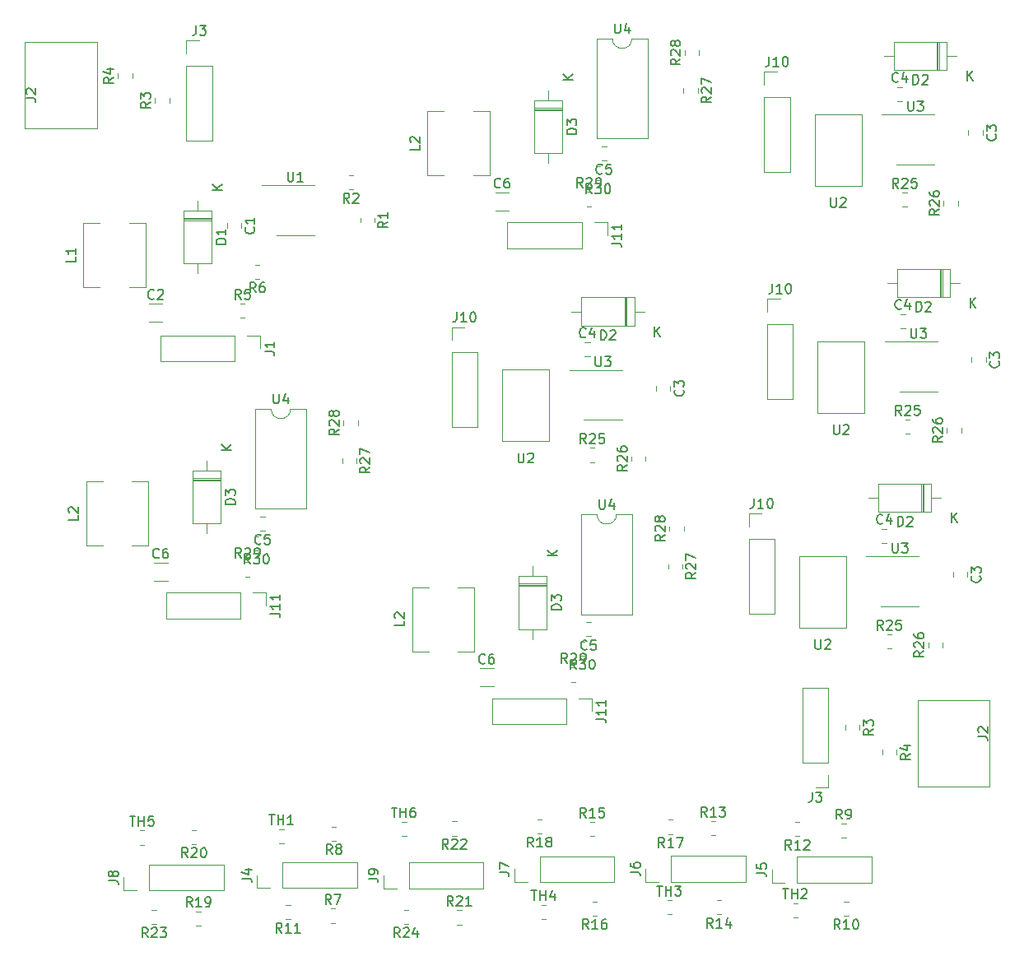
<source format=gbr>
G04 #@! TF.GenerationSoftware,KiCad,Pcbnew,(5.1.12)-1*
G04 #@! TF.CreationDate,2022-01-07T20:34:09-08:00*
G04 #@! TF.ProjectId,schematic,73636865-6d61-4746-9963-2e6b69636164,rev?*
G04 #@! TF.SameCoordinates,Original*
G04 #@! TF.FileFunction,Legend,Top*
G04 #@! TF.FilePolarity,Positive*
%FSLAX46Y46*%
G04 Gerber Fmt 4.6, Leading zero omitted, Abs format (unit mm)*
G04 Created by KiCad (PCBNEW (5.1.12)-1) date 2022-01-07 20:34:09*
%MOMM*%
%LPD*%
G01*
G04 APERTURE LIST*
%ADD10C,0.120000*%
%ADD11C,0.150000*%
G04 APERTURE END LIST*
D10*
G04 #@! TO.C,L2*
X133326000Y-115699000D02*
X135026000Y-115699000D01*
X135026000Y-115699000D02*
X135026000Y-122299000D01*
X135026000Y-122299000D02*
X133326000Y-122299000D01*
X130326000Y-122299000D02*
X128626000Y-122299000D01*
X128626000Y-122299000D02*
X128626000Y-115699000D01*
X128626000Y-115699000D02*
X130326000Y-115699000D01*
G04 #@! TO.C,C5*
X147031252Y-120750000D02*
X146508748Y-120750000D01*
X147031252Y-119280000D02*
X146508748Y-119280000D01*
G04 #@! TO.C,C6*
X135584748Y-124058000D02*
X137007252Y-124058000D01*
X135584748Y-125878000D02*
X137007252Y-125878000D01*
G04 #@! TO.C,R28*
X155094000Y-109891564D02*
X155094000Y-109437436D01*
X156564000Y-109891564D02*
X156564000Y-109437436D01*
G04 #@! TO.C,U4*
X147653500Y-108207500D02*
X146003500Y-108207500D01*
X146003500Y-108207500D02*
X146003500Y-118487500D01*
X146003500Y-118487500D02*
X151303500Y-118487500D01*
X151303500Y-118487500D02*
X151303500Y-108207500D01*
X151303500Y-108207500D02*
X149653500Y-108207500D01*
X149653500Y-108207500D02*
G75*
G02*
X147653500Y-108207500I-1000000J0D01*
G01*
G04 #@! TO.C,R27*
X156437000Y-113326936D02*
X156437000Y-113781064D01*
X154967000Y-113326936D02*
X154967000Y-113781064D01*
G04 #@! TO.C,R29*
X144997436Y-123979000D02*
X145451564Y-123979000D01*
X144997436Y-125449000D02*
X145451564Y-125449000D01*
G04 #@! TO.C,D3*
X142503500Y-114564500D02*
X139563500Y-114564500D01*
X139563500Y-114564500D02*
X139563500Y-120004500D01*
X139563500Y-120004500D02*
X142503500Y-120004500D01*
X142503500Y-120004500D02*
X142503500Y-114564500D01*
X141033500Y-113544500D02*
X141033500Y-114564500D01*
X141033500Y-121024500D02*
X141033500Y-120004500D01*
X142503500Y-115464500D02*
X139563500Y-115464500D01*
X142503500Y-115584500D02*
X139563500Y-115584500D01*
X142503500Y-115344500D02*
X139563500Y-115344500D01*
G04 #@! TO.C,R30*
X146388064Y-122782000D02*
X145933936Y-122782000D01*
X146388064Y-121312000D02*
X145933936Y-121312000D01*
G04 #@! TO.C,J11*
X136846000Y-127130500D02*
X136846000Y-129790500D01*
X144526000Y-127130500D02*
X136846000Y-127130500D01*
X144526000Y-129790500D02*
X136846000Y-129790500D01*
X144526000Y-127130500D02*
X144526000Y-129790500D01*
X145796000Y-127130500D02*
X147126000Y-127130500D01*
X147126000Y-127130500D02*
X147126000Y-128460500D01*
G04 #@! TO.C,C5*
X148618752Y-71791500D02*
X148096248Y-71791500D01*
X148618752Y-70321500D02*
X148096248Y-70321500D01*
G04 #@! TO.C,L2*
X134913500Y-66740500D02*
X136613500Y-66740500D01*
X136613500Y-66740500D02*
X136613500Y-73340500D01*
X136613500Y-73340500D02*
X134913500Y-73340500D01*
X131913500Y-73340500D02*
X130213500Y-73340500D01*
X130213500Y-73340500D02*
X130213500Y-66740500D01*
X130213500Y-66740500D02*
X131913500Y-66740500D01*
G04 #@! TO.C,J11*
X138433500Y-78172000D02*
X138433500Y-80832000D01*
X146113500Y-78172000D02*
X138433500Y-78172000D01*
X146113500Y-80832000D02*
X138433500Y-80832000D01*
X146113500Y-78172000D02*
X146113500Y-80832000D01*
X147383500Y-78172000D02*
X148713500Y-78172000D01*
X148713500Y-78172000D02*
X148713500Y-79502000D01*
G04 #@! TO.C,D3*
X144091000Y-65606000D02*
X141151000Y-65606000D01*
X141151000Y-65606000D02*
X141151000Y-71046000D01*
X141151000Y-71046000D02*
X144091000Y-71046000D01*
X144091000Y-71046000D02*
X144091000Y-65606000D01*
X142621000Y-64586000D02*
X142621000Y-65606000D01*
X142621000Y-72066000D02*
X142621000Y-71046000D01*
X144091000Y-66506000D02*
X141151000Y-66506000D01*
X144091000Y-66626000D02*
X141151000Y-66626000D01*
X144091000Y-66386000D02*
X141151000Y-66386000D01*
G04 #@! TO.C,C6*
X137172248Y-75099500D02*
X138594752Y-75099500D01*
X137172248Y-76919500D02*
X138594752Y-76919500D01*
G04 #@! TO.C,U4*
X149241000Y-59249000D02*
X147591000Y-59249000D01*
X147591000Y-59249000D02*
X147591000Y-69529000D01*
X147591000Y-69529000D02*
X152891000Y-69529000D01*
X152891000Y-69529000D02*
X152891000Y-59249000D01*
X152891000Y-59249000D02*
X151241000Y-59249000D01*
X151241000Y-59249000D02*
G75*
G02*
X149241000Y-59249000I-1000000J0D01*
G01*
G04 #@! TO.C,R27*
X158024500Y-64368436D02*
X158024500Y-64822564D01*
X156554500Y-64368436D02*
X156554500Y-64822564D01*
G04 #@! TO.C,R28*
X156681500Y-60933064D02*
X156681500Y-60478936D01*
X158151500Y-60933064D02*
X158151500Y-60478936D01*
G04 #@! TO.C,R30*
X147975564Y-73823500D02*
X147521436Y-73823500D01*
X147975564Y-72353500D02*
X147521436Y-72353500D01*
G04 #@! TO.C,R29*
X146584936Y-75020500D02*
X147039064Y-75020500D01*
X146584936Y-76490500D02*
X147039064Y-76490500D01*
G04 #@! TO.C,U4*
X116125500Y-97349000D02*
G75*
G02*
X114125500Y-97349000I-1000000J0D01*
G01*
X114125500Y-97349000D02*
X112475500Y-97349000D01*
X112475500Y-97349000D02*
X112475500Y-107629000D01*
X112475500Y-107629000D02*
X117775500Y-107629000D01*
X117775500Y-107629000D02*
X117775500Y-97349000D01*
X117775500Y-97349000D02*
X116125500Y-97349000D01*
G04 #@! TO.C,R30*
X112860064Y-111923500D02*
X112405936Y-111923500D01*
X112860064Y-110453500D02*
X112405936Y-110453500D01*
G04 #@! TO.C,R29*
X111469436Y-113120500D02*
X111923564Y-113120500D01*
X111469436Y-114590500D02*
X111923564Y-114590500D01*
G04 #@! TO.C,R28*
X121566000Y-99033064D02*
X121566000Y-98578936D01*
X123036000Y-99033064D02*
X123036000Y-98578936D01*
G04 #@! TO.C,R27*
X122909000Y-102468436D02*
X122909000Y-102922564D01*
X121439000Y-102468436D02*
X121439000Y-102922564D01*
G04 #@! TO.C,L2*
X99798000Y-104840500D02*
X101498000Y-104840500D01*
X101498000Y-104840500D02*
X101498000Y-111440500D01*
X101498000Y-111440500D02*
X99798000Y-111440500D01*
X96798000Y-111440500D02*
X95098000Y-111440500D01*
X95098000Y-111440500D02*
X95098000Y-104840500D01*
X95098000Y-104840500D02*
X96798000Y-104840500D01*
G04 #@! TO.C,J11*
X103318000Y-116272000D02*
X103318000Y-118932000D01*
X110998000Y-116272000D02*
X103318000Y-116272000D01*
X110998000Y-118932000D02*
X103318000Y-118932000D01*
X110998000Y-116272000D02*
X110998000Y-118932000D01*
X112268000Y-116272000D02*
X113598000Y-116272000D01*
X113598000Y-116272000D02*
X113598000Y-117602000D01*
G04 #@! TO.C,D3*
X108975500Y-103706000D02*
X106035500Y-103706000D01*
X106035500Y-103706000D02*
X106035500Y-109146000D01*
X106035500Y-109146000D02*
X108975500Y-109146000D01*
X108975500Y-109146000D02*
X108975500Y-103706000D01*
X107505500Y-102686000D02*
X107505500Y-103706000D01*
X107505500Y-110166000D02*
X107505500Y-109146000D01*
X108975500Y-104606000D02*
X106035500Y-104606000D01*
X108975500Y-104726000D02*
X106035500Y-104726000D01*
X108975500Y-104486000D02*
X106035500Y-104486000D01*
G04 #@! TO.C,C6*
X102056748Y-113199500D02*
X103479252Y-113199500D01*
X102056748Y-115019500D02*
X103479252Y-115019500D01*
G04 #@! TO.C,C5*
X113503252Y-109891500D02*
X112980748Y-109891500D01*
X113503252Y-108421500D02*
X112980748Y-108421500D01*
G04 #@! TO.C,R4*
X177001500Y-132432248D02*
X177001500Y-132954752D01*
X178471500Y-132432248D02*
X178471500Y-132954752D01*
G04 #@! TO.C,R3*
X173191500Y-129892248D02*
X173191500Y-130414752D01*
X174661500Y-129892248D02*
X174661500Y-130414752D01*
G04 #@! TO.C,J2*
X188046500Y-136191000D02*
X188046500Y-127291000D01*
X180646500Y-136191000D02*
X188046500Y-136191000D01*
X180646500Y-127291000D02*
X180646500Y-136191000D01*
X188046500Y-127291000D02*
X180646500Y-127291000D01*
G04 #@! TO.C,J3*
X171446500Y-136331000D02*
X170116500Y-136331000D01*
X171446500Y-135001000D02*
X171446500Y-136331000D01*
X171446500Y-133731000D02*
X168786500Y-133731000D01*
X168786500Y-133731000D02*
X168786500Y-126051000D01*
X171446500Y-133731000D02*
X171446500Y-126051000D01*
X171446500Y-126051000D02*
X168786500Y-126051000D01*
G04 #@! TO.C,U1*
X116611400Y-74338500D02*
X113161400Y-74338500D01*
X116611400Y-74338500D02*
X118561400Y-74338500D01*
X116611400Y-79458500D02*
X114661400Y-79458500D01*
X116611400Y-79458500D02*
X118561400Y-79458500D01*
G04 #@! TO.C,R6*
X112942864Y-82513500D02*
X112488736Y-82513500D01*
X112942864Y-83983500D02*
X112488736Y-83983500D01*
G04 #@! TO.C,R5*
X110964736Y-87996700D02*
X111418864Y-87996700D01*
X110964736Y-86526700D02*
X111418864Y-86526700D01*
G04 #@! TO.C,R1*
X123293200Y-77703436D02*
X123293200Y-78157564D01*
X124763200Y-77703436D02*
X124763200Y-78157564D01*
G04 #@! TO.C,R2*
X122562864Y-73318700D02*
X122108736Y-73318700D01*
X122562864Y-74788700D02*
X122108736Y-74788700D01*
G04 #@! TO.C,L1*
X94818600Y-78221300D02*
X96518600Y-78221300D01*
X94818600Y-84821300D02*
X94818600Y-78221300D01*
X96518600Y-84821300D02*
X94818600Y-84821300D01*
X101218600Y-84821300D02*
X99518600Y-84821300D01*
X101218600Y-78221300D02*
X101218600Y-84821300D01*
X99518600Y-78221300D02*
X101218600Y-78221300D01*
G04 #@! TO.C,J1*
X113013800Y-89792500D02*
X113013800Y-91122500D01*
X111683800Y-89792500D02*
X113013800Y-89792500D01*
X110413800Y-89792500D02*
X110413800Y-92452500D01*
X110413800Y-92452500D02*
X102733800Y-92452500D01*
X110413800Y-89792500D02*
X102733800Y-89792500D01*
X102733800Y-89792500D02*
X102733800Y-92452500D01*
G04 #@! TO.C,C2*
X101536048Y-88374900D02*
X102958552Y-88374900D01*
X101536048Y-86554900D02*
X102958552Y-86554900D01*
G04 #@! TO.C,D1*
X108023000Y-77701700D02*
X105083000Y-77701700D01*
X108023000Y-77941700D02*
X105083000Y-77941700D01*
X108023000Y-77821700D02*
X105083000Y-77821700D01*
X106553000Y-83381700D02*
X106553000Y-82361700D01*
X106553000Y-75901700D02*
X106553000Y-76921700D01*
X108023000Y-82361700D02*
X108023000Y-76921700D01*
X105083000Y-82361700D02*
X108023000Y-82361700D01*
X105083000Y-76921700D02*
X105083000Y-82361700D01*
X108023000Y-76921700D02*
X105083000Y-76921700D01*
G04 #@! TO.C,C1*
X109577200Y-78241348D02*
X109577200Y-78763852D01*
X111047200Y-78241348D02*
X111047200Y-78763852D01*
G04 #@! TO.C,R26*
X152652400Y-102690664D02*
X152652400Y-102236536D01*
X151182400Y-102690664D02*
X151182400Y-102236536D01*
G04 #@! TO.C,U3*
X148259800Y-93350400D02*
X144809800Y-93350400D01*
X148259800Y-93350400D02*
X150209800Y-93350400D01*
X148259800Y-98470400D02*
X146309800Y-98470400D01*
X148259800Y-98470400D02*
X150209800Y-98470400D01*
G04 #@! TO.C,U2*
X142722600Y-100660200D02*
X137896600Y-100660200D01*
X142722600Y-93294200D02*
X142722600Y-100660200D01*
X137896600Y-93294200D02*
X142722600Y-93294200D01*
X137896600Y-100660200D02*
X137896600Y-93294200D01*
G04 #@! TO.C,R25*
X146931136Y-102843000D02*
X147385264Y-102843000D01*
X146931136Y-101373000D02*
X147385264Y-101373000D01*
G04 #@! TO.C,J10*
X132705800Y-88941600D02*
X134035800Y-88941600D01*
X132705800Y-90271600D02*
X132705800Y-88941600D01*
X132705800Y-91541600D02*
X135365800Y-91541600D01*
X135365800Y-91541600D02*
X135365800Y-99221600D01*
X132705800Y-91541600D02*
X132705800Y-99221600D01*
X132705800Y-99221600D02*
X135365800Y-99221600D01*
G04 #@! TO.C,D2*
X150707800Y-88795200D02*
X150707800Y-85855200D01*
X150467800Y-88795200D02*
X150467800Y-85855200D01*
X150587800Y-88795200D02*
X150587800Y-85855200D01*
X145027800Y-87325200D02*
X146047800Y-87325200D01*
X152507800Y-87325200D02*
X151487800Y-87325200D01*
X146047800Y-88795200D02*
X151487800Y-88795200D01*
X146047800Y-85855200D02*
X146047800Y-88795200D01*
X151487800Y-85855200D02*
X146047800Y-85855200D01*
X151487800Y-88795200D02*
X151487800Y-85855200D01*
G04 #@! TO.C,C4*
X146394448Y-91971800D02*
X146916952Y-91971800D01*
X146394448Y-90501800D02*
X146916952Y-90501800D01*
G04 #@! TO.C,C3*
X153722400Y-94959448D02*
X153722400Y-95481952D01*
X155192400Y-94959448D02*
X155192400Y-95481952D01*
G04 #@! TO.C,R26*
X183195900Y-121867664D02*
X183195900Y-121413536D01*
X181725900Y-121867664D02*
X181725900Y-121413536D01*
G04 #@! TO.C,U3*
X178803300Y-112527400D02*
X175353300Y-112527400D01*
X178803300Y-112527400D02*
X180753300Y-112527400D01*
X178803300Y-117647400D02*
X176853300Y-117647400D01*
X178803300Y-117647400D02*
X180753300Y-117647400D01*
G04 #@! TO.C,U2*
X173266100Y-119837200D02*
X168440100Y-119837200D01*
X173266100Y-112471200D02*
X173266100Y-119837200D01*
X168440100Y-112471200D02*
X173266100Y-112471200D01*
X168440100Y-119837200D02*
X168440100Y-112471200D01*
G04 #@! TO.C,R25*
X177474636Y-122020000D02*
X177928764Y-122020000D01*
X177474636Y-120550000D02*
X177928764Y-120550000D01*
G04 #@! TO.C,J10*
X163249300Y-108118600D02*
X164579300Y-108118600D01*
X163249300Y-109448600D02*
X163249300Y-108118600D01*
X163249300Y-110718600D02*
X165909300Y-110718600D01*
X165909300Y-110718600D02*
X165909300Y-118398600D01*
X163249300Y-110718600D02*
X163249300Y-118398600D01*
X163249300Y-118398600D02*
X165909300Y-118398600D01*
G04 #@! TO.C,D2*
X181251300Y-107972200D02*
X181251300Y-105032200D01*
X181011300Y-107972200D02*
X181011300Y-105032200D01*
X181131300Y-107972200D02*
X181131300Y-105032200D01*
X175571300Y-106502200D02*
X176591300Y-106502200D01*
X183051300Y-106502200D02*
X182031300Y-106502200D01*
X176591300Y-107972200D02*
X182031300Y-107972200D01*
X176591300Y-105032200D02*
X176591300Y-107972200D01*
X182031300Y-105032200D02*
X176591300Y-105032200D01*
X182031300Y-107972200D02*
X182031300Y-105032200D01*
G04 #@! TO.C,C4*
X176937948Y-111148800D02*
X177460452Y-111148800D01*
X176937948Y-109678800D02*
X177460452Y-109678800D01*
G04 #@! TO.C,C3*
X184265900Y-114136448D02*
X184265900Y-114658952D01*
X185735900Y-114136448D02*
X185735900Y-114658952D01*
G04 #@! TO.C,R26*
X185100900Y-99769664D02*
X185100900Y-99315536D01*
X183630900Y-99769664D02*
X183630900Y-99315536D01*
G04 #@! TO.C,U3*
X180708300Y-90429400D02*
X177258300Y-90429400D01*
X180708300Y-90429400D02*
X182658300Y-90429400D01*
X180708300Y-95549400D02*
X178758300Y-95549400D01*
X180708300Y-95549400D02*
X182658300Y-95549400D01*
G04 #@! TO.C,U2*
X175171100Y-97739200D02*
X170345100Y-97739200D01*
X175171100Y-90373200D02*
X175171100Y-97739200D01*
X170345100Y-90373200D02*
X175171100Y-90373200D01*
X170345100Y-97739200D02*
X170345100Y-90373200D01*
G04 #@! TO.C,R25*
X179379636Y-99922000D02*
X179833764Y-99922000D01*
X179379636Y-98452000D02*
X179833764Y-98452000D01*
G04 #@! TO.C,J10*
X165154300Y-86020600D02*
X166484300Y-86020600D01*
X165154300Y-87350600D02*
X165154300Y-86020600D01*
X165154300Y-88620600D02*
X167814300Y-88620600D01*
X167814300Y-88620600D02*
X167814300Y-96300600D01*
X165154300Y-88620600D02*
X165154300Y-96300600D01*
X165154300Y-96300600D02*
X167814300Y-96300600D01*
G04 #@! TO.C,D2*
X183156300Y-85874200D02*
X183156300Y-82934200D01*
X182916300Y-85874200D02*
X182916300Y-82934200D01*
X183036300Y-85874200D02*
X183036300Y-82934200D01*
X177476300Y-84404200D02*
X178496300Y-84404200D01*
X184956300Y-84404200D02*
X183936300Y-84404200D01*
X178496300Y-85874200D02*
X183936300Y-85874200D01*
X178496300Y-82934200D02*
X178496300Y-85874200D01*
X183936300Y-82934200D02*
X178496300Y-82934200D01*
X183936300Y-85874200D02*
X183936300Y-82934200D01*
G04 #@! TO.C,C4*
X178842948Y-89050800D02*
X179365452Y-89050800D01*
X178842948Y-87580800D02*
X179365452Y-87580800D01*
G04 #@! TO.C,C3*
X186170900Y-92038448D02*
X186170900Y-92560952D01*
X187640900Y-92038448D02*
X187640900Y-92560952D01*
G04 #@! TO.C,R26*
X184783400Y-76401664D02*
X184783400Y-75947536D01*
X183313400Y-76401664D02*
X183313400Y-75947536D01*
G04 #@! TO.C,U3*
X180390800Y-67061400D02*
X176940800Y-67061400D01*
X180390800Y-67061400D02*
X182340800Y-67061400D01*
X180390800Y-72181400D02*
X178440800Y-72181400D01*
X180390800Y-72181400D02*
X182340800Y-72181400D01*
G04 #@! TO.C,U2*
X174853600Y-74371200D02*
X170027600Y-74371200D01*
X174853600Y-67005200D02*
X174853600Y-74371200D01*
X170027600Y-67005200D02*
X174853600Y-67005200D01*
X170027600Y-74371200D02*
X170027600Y-67005200D01*
G04 #@! TO.C,R25*
X179062136Y-76554000D02*
X179516264Y-76554000D01*
X179062136Y-75084000D02*
X179516264Y-75084000D01*
G04 #@! TO.C,J10*
X164836800Y-62652600D02*
X166166800Y-62652600D01*
X164836800Y-63982600D02*
X164836800Y-62652600D01*
X164836800Y-65252600D02*
X167496800Y-65252600D01*
X167496800Y-65252600D02*
X167496800Y-72932600D01*
X164836800Y-65252600D02*
X164836800Y-72932600D01*
X164836800Y-72932600D02*
X167496800Y-72932600D01*
G04 #@! TO.C,D2*
X182838800Y-62506200D02*
X182838800Y-59566200D01*
X182598800Y-62506200D02*
X182598800Y-59566200D01*
X182718800Y-62506200D02*
X182718800Y-59566200D01*
X177158800Y-61036200D02*
X178178800Y-61036200D01*
X184638800Y-61036200D02*
X183618800Y-61036200D01*
X178178800Y-62506200D02*
X183618800Y-62506200D01*
X178178800Y-59566200D02*
X178178800Y-62506200D01*
X183618800Y-59566200D02*
X178178800Y-59566200D01*
X183618800Y-62506200D02*
X183618800Y-59566200D01*
G04 #@! TO.C,C4*
X178525448Y-65682800D02*
X179047952Y-65682800D01*
X178525448Y-64212800D02*
X179047952Y-64212800D01*
G04 #@! TO.C,C3*
X185853400Y-68670448D02*
X185853400Y-69192952D01*
X187323400Y-68670448D02*
X187323400Y-69192952D01*
G04 #@! TO.C,TH6*
X127576336Y-141311300D02*
X128030464Y-141311300D01*
X127576336Y-139841300D02*
X128030464Y-139841300D01*
G04 #@! TO.C,TH5*
X100639636Y-142187600D02*
X101093764Y-142187600D01*
X100639636Y-140717600D02*
X101093764Y-140717600D01*
G04 #@! TO.C,TH4*
X141952736Y-149858400D02*
X142406864Y-149858400D01*
X141952736Y-148388400D02*
X142406864Y-148388400D01*
G04 #@! TO.C,TH3*
X154868636Y-149375800D02*
X155322764Y-149375800D01*
X154868636Y-147905800D02*
X155322764Y-147905800D01*
G04 #@! TO.C,TH2*
X167828736Y-149667900D02*
X168282864Y-149667900D01*
X167828736Y-148197900D02*
X168282864Y-148197900D01*
G04 #@! TO.C,TH1*
X114984036Y-142060600D02*
X115438164Y-142060600D01*
X114984036Y-140590600D02*
X115438164Y-140590600D01*
G04 #@! TO.C,R24*
X128233664Y-148883700D02*
X127779536Y-148883700D01*
X128233664Y-150353700D02*
X127779536Y-150353700D01*
G04 #@! TO.C,R23*
X102312964Y-148896400D02*
X101858836Y-148896400D01*
X102312964Y-150366400D02*
X101858836Y-150366400D01*
G04 #@! TO.C,R22*
X133196064Y-139790500D02*
X132741936Y-139790500D01*
X133196064Y-141260500D02*
X132741936Y-141260500D01*
G04 #@! TO.C,R21*
X133249936Y-150404500D02*
X133704064Y-150404500D01*
X133249936Y-148934500D02*
X133704064Y-148934500D01*
G04 #@! TO.C,R20*
X106427764Y-140666800D02*
X105973636Y-140666800D01*
X106427764Y-142136800D02*
X105973636Y-142136800D01*
G04 #@! TO.C,R19*
X106430836Y-150518800D02*
X106884964Y-150518800D01*
X106430836Y-149048800D02*
X106884964Y-149048800D01*
G04 #@! TO.C,R18*
X141949664Y-139600000D02*
X141495536Y-139600000D01*
X141949664Y-141070000D02*
X141495536Y-141070000D01*
G04 #@! TO.C,R17*
X155443164Y-139625400D02*
X154989036Y-139625400D01*
X155443164Y-141095400D02*
X154989036Y-141095400D01*
G04 #@! TO.C,R16*
X147639264Y-148032800D02*
X147185136Y-148032800D01*
X147639264Y-149502800D02*
X147185136Y-149502800D01*
G04 #@! TO.C,R15*
X146931136Y-141324000D02*
X147385264Y-141324000D01*
X146931136Y-139854000D02*
X147385264Y-139854000D01*
G04 #@! TO.C,R14*
X160421564Y-147905800D02*
X159967436Y-147905800D01*
X160421564Y-149375800D02*
X159967436Y-149375800D01*
G04 #@! TO.C,R13*
X159357836Y-141247800D02*
X159811964Y-141247800D01*
X159357836Y-139777800D02*
X159811964Y-139777800D01*
G04 #@! TO.C,R12*
X168486064Y-139866700D02*
X168031936Y-139866700D01*
X168486064Y-141336700D02*
X168031936Y-141336700D01*
G04 #@! TO.C,R11*
X116098564Y-148413800D02*
X115644436Y-148413800D01*
X116098564Y-149883800D02*
X115644436Y-149883800D01*
G04 #@! TO.C,R10*
X173515264Y-148045500D02*
X173061136Y-148045500D01*
X173515264Y-149515500D02*
X173061136Y-149515500D01*
G04 #@! TO.C,R9*
X172788336Y-141489100D02*
X173242464Y-141489100D01*
X172788336Y-140019100D02*
X173242464Y-140019100D01*
G04 #@! TO.C,R8*
X120804164Y-140336600D02*
X120350036Y-140336600D01*
X120804164Y-141806600D02*
X120350036Y-141806600D01*
G04 #@! TO.C,R7*
X120248436Y-150239400D02*
X120702564Y-150239400D01*
X120248436Y-148769400D02*
X120702564Y-148769400D01*
G04 #@! TO.C,R4*
X99858500Y-63338252D02*
X99858500Y-62815748D01*
X98388500Y-63338252D02*
X98388500Y-62815748D01*
G04 #@! TO.C,R3*
X103668500Y-65878252D02*
X103668500Y-65355748D01*
X102198500Y-65878252D02*
X102198500Y-65355748D01*
G04 #@! TO.C,J9*
X125695400Y-146681500D02*
X125695400Y-145351500D01*
X127025400Y-146681500D02*
X125695400Y-146681500D01*
X128295400Y-146681500D02*
X128295400Y-144021500D01*
X128295400Y-144021500D02*
X135975400Y-144021500D01*
X128295400Y-146681500D02*
X135975400Y-146681500D01*
X135975400Y-146681500D02*
X135975400Y-144021500D01*
G04 #@! TO.C,J8*
X98961900Y-146897400D02*
X98961900Y-145567400D01*
X100291900Y-146897400D02*
X98961900Y-146897400D01*
X101561900Y-146897400D02*
X101561900Y-144237400D01*
X101561900Y-144237400D02*
X109241900Y-144237400D01*
X101561900Y-146897400D02*
X109241900Y-146897400D01*
X109241900Y-146897400D02*
X109241900Y-144237400D01*
G04 #@! TO.C,J7*
X139157400Y-146033800D02*
X139157400Y-144703800D01*
X140487400Y-146033800D02*
X139157400Y-146033800D01*
X141757400Y-146033800D02*
X141757400Y-143373800D01*
X141757400Y-143373800D02*
X149437400Y-143373800D01*
X141757400Y-146033800D02*
X149437400Y-146033800D01*
X149437400Y-146033800D02*
X149437400Y-143373800D01*
G04 #@! TO.C,J6*
X152632100Y-146008400D02*
X152632100Y-144678400D01*
X153962100Y-146008400D02*
X152632100Y-146008400D01*
X155232100Y-146008400D02*
X155232100Y-143348400D01*
X155232100Y-143348400D02*
X162912100Y-143348400D01*
X155232100Y-146008400D02*
X162912100Y-146008400D01*
X162912100Y-146008400D02*
X162912100Y-143348400D01*
G04 #@! TO.C,J5*
X165624200Y-146097300D02*
X165624200Y-144767300D01*
X166954200Y-146097300D02*
X165624200Y-146097300D01*
X168224200Y-146097300D02*
X168224200Y-143437300D01*
X168224200Y-143437300D02*
X175904200Y-143437300D01*
X168224200Y-146097300D02*
X175904200Y-146097300D01*
X175904200Y-146097300D02*
X175904200Y-143437300D01*
G04 #@! TO.C,J4*
X112677900Y-146668800D02*
X112677900Y-145338800D01*
X114007900Y-146668800D02*
X112677900Y-146668800D01*
X115277900Y-146668800D02*
X115277900Y-144008800D01*
X115277900Y-144008800D02*
X122957900Y-144008800D01*
X115277900Y-146668800D02*
X122957900Y-146668800D01*
X122957900Y-146668800D02*
X122957900Y-144008800D01*
G04 #@! TO.C,J3*
X105413500Y-59439500D02*
X106743500Y-59439500D01*
X105413500Y-60769500D02*
X105413500Y-59439500D01*
X105413500Y-62039500D02*
X108073500Y-62039500D01*
X108073500Y-62039500D02*
X108073500Y-69719500D01*
X105413500Y-62039500D02*
X105413500Y-69719500D01*
X105413500Y-69719500D02*
X108073500Y-69719500D01*
G04 #@! TO.C,J2*
X88813500Y-59579500D02*
X88813500Y-68479500D01*
X96213500Y-59579500D02*
X88813500Y-59579500D01*
X96213500Y-68479500D02*
X96213500Y-59579500D01*
X88813500Y-68479500D02*
X96213500Y-68479500D01*
G04 #@! TO.C,L2*
D11*
X127828380Y-119165666D02*
X127828380Y-119641857D01*
X126828380Y-119641857D01*
X126923619Y-118879952D02*
X126876000Y-118832333D01*
X126828380Y-118737095D01*
X126828380Y-118499000D01*
X126876000Y-118403761D01*
X126923619Y-118356142D01*
X127018857Y-118308523D01*
X127114095Y-118308523D01*
X127256952Y-118356142D01*
X127828380Y-118927571D01*
X127828380Y-118308523D01*
G04 #@! TO.C,C5*
X146603333Y-122052142D02*
X146555714Y-122099761D01*
X146412857Y-122147380D01*
X146317619Y-122147380D01*
X146174761Y-122099761D01*
X146079523Y-122004523D01*
X146031904Y-121909285D01*
X145984285Y-121718809D01*
X145984285Y-121575952D01*
X146031904Y-121385476D01*
X146079523Y-121290238D01*
X146174761Y-121195000D01*
X146317619Y-121147380D01*
X146412857Y-121147380D01*
X146555714Y-121195000D01*
X146603333Y-121242619D01*
X147508095Y-121147380D02*
X147031904Y-121147380D01*
X146984285Y-121623571D01*
X147031904Y-121575952D01*
X147127142Y-121528333D01*
X147365238Y-121528333D01*
X147460476Y-121575952D01*
X147508095Y-121623571D01*
X147555714Y-121718809D01*
X147555714Y-121956904D01*
X147508095Y-122052142D01*
X147460476Y-122099761D01*
X147365238Y-122147380D01*
X147127142Y-122147380D01*
X147031904Y-122099761D01*
X146984285Y-122052142D01*
G04 #@! TO.C,C6*
X136129333Y-123475142D02*
X136081714Y-123522761D01*
X135938857Y-123570380D01*
X135843619Y-123570380D01*
X135700761Y-123522761D01*
X135605523Y-123427523D01*
X135557904Y-123332285D01*
X135510285Y-123141809D01*
X135510285Y-122998952D01*
X135557904Y-122808476D01*
X135605523Y-122713238D01*
X135700761Y-122618000D01*
X135843619Y-122570380D01*
X135938857Y-122570380D01*
X136081714Y-122618000D01*
X136129333Y-122665619D01*
X136986476Y-122570380D02*
X136796000Y-122570380D01*
X136700761Y-122618000D01*
X136653142Y-122665619D01*
X136557904Y-122808476D01*
X136510285Y-122998952D01*
X136510285Y-123379904D01*
X136557904Y-123475142D01*
X136605523Y-123522761D01*
X136700761Y-123570380D01*
X136891238Y-123570380D01*
X136986476Y-123522761D01*
X137034095Y-123475142D01*
X137081714Y-123379904D01*
X137081714Y-123141809D01*
X137034095Y-123046571D01*
X136986476Y-122998952D01*
X136891238Y-122951333D01*
X136700761Y-122951333D01*
X136605523Y-122998952D01*
X136557904Y-123046571D01*
X136510285Y-123141809D01*
G04 #@! TO.C,R28*
X154631380Y-110307357D02*
X154155190Y-110640690D01*
X154631380Y-110878785D02*
X153631380Y-110878785D01*
X153631380Y-110497833D01*
X153679000Y-110402595D01*
X153726619Y-110354976D01*
X153821857Y-110307357D01*
X153964714Y-110307357D01*
X154059952Y-110354976D01*
X154107571Y-110402595D01*
X154155190Y-110497833D01*
X154155190Y-110878785D01*
X153726619Y-109926404D02*
X153679000Y-109878785D01*
X153631380Y-109783547D01*
X153631380Y-109545452D01*
X153679000Y-109450214D01*
X153726619Y-109402595D01*
X153821857Y-109354976D01*
X153917095Y-109354976D01*
X154059952Y-109402595D01*
X154631380Y-109974023D01*
X154631380Y-109354976D01*
X154059952Y-108783547D02*
X154012333Y-108878785D01*
X153964714Y-108926404D01*
X153869476Y-108974023D01*
X153821857Y-108974023D01*
X153726619Y-108926404D01*
X153679000Y-108878785D01*
X153631380Y-108783547D01*
X153631380Y-108593071D01*
X153679000Y-108497833D01*
X153726619Y-108450214D01*
X153821857Y-108402595D01*
X153869476Y-108402595D01*
X153964714Y-108450214D01*
X154012333Y-108497833D01*
X154059952Y-108593071D01*
X154059952Y-108783547D01*
X154107571Y-108878785D01*
X154155190Y-108926404D01*
X154250428Y-108974023D01*
X154440904Y-108974023D01*
X154536142Y-108926404D01*
X154583761Y-108878785D01*
X154631380Y-108783547D01*
X154631380Y-108593071D01*
X154583761Y-108497833D01*
X154536142Y-108450214D01*
X154440904Y-108402595D01*
X154250428Y-108402595D01*
X154155190Y-108450214D01*
X154107571Y-108497833D01*
X154059952Y-108593071D01*
G04 #@! TO.C,U4*
X147891595Y-106659880D02*
X147891595Y-107469404D01*
X147939214Y-107564642D01*
X147986833Y-107612261D01*
X148082071Y-107659880D01*
X148272547Y-107659880D01*
X148367785Y-107612261D01*
X148415404Y-107564642D01*
X148463023Y-107469404D01*
X148463023Y-106659880D01*
X149367785Y-106993214D02*
X149367785Y-107659880D01*
X149129690Y-106612261D02*
X148891595Y-107326547D01*
X149510642Y-107326547D01*
G04 #@! TO.C,R27*
X157804380Y-114196857D02*
X157328190Y-114530190D01*
X157804380Y-114768285D02*
X156804380Y-114768285D01*
X156804380Y-114387333D01*
X156852000Y-114292095D01*
X156899619Y-114244476D01*
X156994857Y-114196857D01*
X157137714Y-114196857D01*
X157232952Y-114244476D01*
X157280571Y-114292095D01*
X157328190Y-114387333D01*
X157328190Y-114768285D01*
X156899619Y-113815904D02*
X156852000Y-113768285D01*
X156804380Y-113673047D01*
X156804380Y-113434952D01*
X156852000Y-113339714D01*
X156899619Y-113292095D01*
X156994857Y-113244476D01*
X157090095Y-113244476D01*
X157232952Y-113292095D01*
X157804380Y-113863523D01*
X157804380Y-113244476D01*
X156804380Y-112911142D02*
X156804380Y-112244476D01*
X157804380Y-112673047D01*
G04 #@! TO.C,R29*
X144581642Y-123516380D02*
X144248309Y-123040190D01*
X144010214Y-123516380D02*
X144010214Y-122516380D01*
X144391166Y-122516380D01*
X144486404Y-122564000D01*
X144534023Y-122611619D01*
X144581642Y-122706857D01*
X144581642Y-122849714D01*
X144534023Y-122944952D01*
X144486404Y-122992571D01*
X144391166Y-123040190D01*
X144010214Y-123040190D01*
X144962595Y-122611619D02*
X145010214Y-122564000D01*
X145105452Y-122516380D01*
X145343547Y-122516380D01*
X145438785Y-122564000D01*
X145486404Y-122611619D01*
X145534023Y-122706857D01*
X145534023Y-122802095D01*
X145486404Y-122944952D01*
X144914976Y-123516380D01*
X145534023Y-123516380D01*
X146010214Y-123516380D02*
X146200690Y-123516380D01*
X146295928Y-123468761D01*
X146343547Y-123421142D01*
X146438785Y-123278285D01*
X146486404Y-123087809D01*
X146486404Y-122706857D01*
X146438785Y-122611619D01*
X146391166Y-122564000D01*
X146295928Y-122516380D01*
X146105452Y-122516380D01*
X146010214Y-122564000D01*
X145962595Y-122611619D01*
X145914976Y-122706857D01*
X145914976Y-122944952D01*
X145962595Y-123040190D01*
X146010214Y-123087809D01*
X146105452Y-123135428D01*
X146295928Y-123135428D01*
X146391166Y-123087809D01*
X146438785Y-123040190D01*
X146486404Y-122944952D01*
G04 #@! TO.C,D3*
X143955880Y-118022595D02*
X142955880Y-118022595D01*
X142955880Y-117784500D01*
X143003500Y-117641642D01*
X143098738Y-117546404D01*
X143193976Y-117498785D01*
X143384452Y-117451166D01*
X143527309Y-117451166D01*
X143717785Y-117498785D01*
X143813023Y-117546404D01*
X143908261Y-117641642D01*
X143955880Y-117784500D01*
X143955880Y-118022595D01*
X142955880Y-117117833D02*
X142955880Y-116498785D01*
X143336833Y-116832119D01*
X143336833Y-116689261D01*
X143384452Y-116594023D01*
X143432071Y-116546404D01*
X143527309Y-116498785D01*
X143765404Y-116498785D01*
X143860642Y-116546404D01*
X143908261Y-116594023D01*
X143955880Y-116689261D01*
X143955880Y-116974976D01*
X143908261Y-117070214D01*
X143860642Y-117117833D01*
X143585880Y-112466404D02*
X142585880Y-112466404D01*
X143585880Y-111894976D02*
X143014452Y-112323547D01*
X142585880Y-111894976D02*
X143157309Y-112466404D01*
G04 #@! TO.C,R30*
X145518142Y-124149380D02*
X145184809Y-123673190D01*
X144946714Y-124149380D02*
X144946714Y-123149380D01*
X145327666Y-123149380D01*
X145422904Y-123197000D01*
X145470523Y-123244619D01*
X145518142Y-123339857D01*
X145518142Y-123482714D01*
X145470523Y-123577952D01*
X145422904Y-123625571D01*
X145327666Y-123673190D01*
X144946714Y-123673190D01*
X145851476Y-123149380D02*
X146470523Y-123149380D01*
X146137190Y-123530333D01*
X146280047Y-123530333D01*
X146375285Y-123577952D01*
X146422904Y-123625571D01*
X146470523Y-123720809D01*
X146470523Y-123958904D01*
X146422904Y-124054142D01*
X146375285Y-124101761D01*
X146280047Y-124149380D01*
X145994333Y-124149380D01*
X145899095Y-124101761D01*
X145851476Y-124054142D01*
X147089571Y-123149380D02*
X147184809Y-123149380D01*
X147280047Y-123197000D01*
X147327666Y-123244619D01*
X147375285Y-123339857D01*
X147422904Y-123530333D01*
X147422904Y-123768428D01*
X147375285Y-123958904D01*
X147327666Y-124054142D01*
X147280047Y-124101761D01*
X147184809Y-124149380D01*
X147089571Y-124149380D01*
X146994333Y-124101761D01*
X146946714Y-124054142D01*
X146899095Y-123958904D01*
X146851476Y-123768428D01*
X146851476Y-123530333D01*
X146899095Y-123339857D01*
X146946714Y-123244619D01*
X146994333Y-123197000D01*
X147089571Y-123149380D01*
G04 #@! TO.C,J11*
X147578380Y-129270023D02*
X148292666Y-129270023D01*
X148435523Y-129317642D01*
X148530761Y-129412880D01*
X148578380Y-129555738D01*
X148578380Y-129650976D01*
X148578380Y-128270023D02*
X148578380Y-128841452D01*
X148578380Y-128555738D02*
X147578380Y-128555738D01*
X147721238Y-128650976D01*
X147816476Y-128746214D01*
X147864095Y-128841452D01*
X148578380Y-127317642D02*
X148578380Y-127889071D01*
X148578380Y-127603357D02*
X147578380Y-127603357D01*
X147721238Y-127698595D01*
X147816476Y-127793833D01*
X147864095Y-127889071D01*
G04 #@! TO.C,C5*
X148190833Y-73093642D02*
X148143214Y-73141261D01*
X148000357Y-73188880D01*
X147905119Y-73188880D01*
X147762261Y-73141261D01*
X147667023Y-73046023D01*
X147619404Y-72950785D01*
X147571785Y-72760309D01*
X147571785Y-72617452D01*
X147619404Y-72426976D01*
X147667023Y-72331738D01*
X147762261Y-72236500D01*
X147905119Y-72188880D01*
X148000357Y-72188880D01*
X148143214Y-72236500D01*
X148190833Y-72284119D01*
X149095595Y-72188880D02*
X148619404Y-72188880D01*
X148571785Y-72665071D01*
X148619404Y-72617452D01*
X148714642Y-72569833D01*
X148952738Y-72569833D01*
X149047976Y-72617452D01*
X149095595Y-72665071D01*
X149143214Y-72760309D01*
X149143214Y-72998404D01*
X149095595Y-73093642D01*
X149047976Y-73141261D01*
X148952738Y-73188880D01*
X148714642Y-73188880D01*
X148619404Y-73141261D01*
X148571785Y-73093642D01*
G04 #@! TO.C,L2*
X129415880Y-70207166D02*
X129415880Y-70683357D01*
X128415880Y-70683357D01*
X128511119Y-69921452D02*
X128463500Y-69873833D01*
X128415880Y-69778595D01*
X128415880Y-69540500D01*
X128463500Y-69445261D01*
X128511119Y-69397642D01*
X128606357Y-69350023D01*
X128701595Y-69350023D01*
X128844452Y-69397642D01*
X129415880Y-69969071D01*
X129415880Y-69350023D01*
G04 #@! TO.C,J11*
X149165880Y-80311523D02*
X149880166Y-80311523D01*
X150023023Y-80359142D01*
X150118261Y-80454380D01*
X150165880Y-80597238D01*
X150165880Y-80692476D01*
X150165880Y-79311523D02*
X150165880Y-79882952D01*
X150165880Y-79597238D02*
X149165880Y-79597238D01*
X149308738Y-79692476D01*
X149403976Y-79787714D01*
X149451595Y-79882952D01*
X150165880Y-78359142D02*
X150165880Y-78930571D01*
X150165880Y-78644857D02*
X149165880Y-78644857D01*
X149308738Y-78740095D01*
X149403976Y-78835333D01*
X149451595Y-78930571D01*
G04 #@! TO.C,D3*
X145543380Y-69064095D02*
X144543380Y-69064095D01*
X144543380Y-68826000D01*
X144591000Y-68683142D01*
X144686238Y-68587904D01*
X144781476Y-68540285D01*
X144971952Y-68492666D01*
X145114809Y-68492666D01*
X145305285Y-68540285D01*
X145400523Y-68587904D01*
X145495761Y-68683142D01*
X145543380Y-68826000D01*
X145543380Y-69064095D01*
X144543380Y-68159333D02*
X144543380Y-67540285D01*
X144924333Y-67873619D01*
X144924333Y-67730761D01*
X144971952Y-67635523D01*
X145019571Y-67587904D01*
X145114809Y-67540285D01*
X145352904Y-67540285D01*
X145448142Y-67587904D01*
X145495761Y-67635523D01*
X145543380Y-67730761D01*
X145543380Y-68016476D01*
X145495761Y-68111714D01*
X145448142Y-68159333D01*
X145173380Y-63507904D02*
X144173380Y-63507904D01*
X145173380Y-62936476D02*
X144601952Y-63365047D01*
X144173380Y-62936476D02*
X144744809Y-63507904D01*
G04 #@! TO.C,C6*
X137716833Y-74516642D02*
X137669214Y-74564261D01*
X137526357Y-74611880D01*
X137431119Y-74611880D01*
X137288261Y-74564261D01*
X137193023Y-74469023D01*
X137145404Y-74373785D01*
X137097785Y-74183309D01*
X137097785Y-74040452D01*
X137145404Y-73849976D01*
X137193023Y-73754738D01*
X137288261Y-73659500D01*
X137431119Y-73611880D01*
X137526357Y-73611880D01*
X137669214Y-73659500D01*
X137716833Y-73707119D01*
X138573976Y-73611880D02*
X138383500Y-73611880D01*
X138288261Y-73659500D01*
X138240642Y-73707119D01*
X138145404Y-73849976D01*
X138097785Y-74040452D01*
X138097785Y-74421404D01*
X138145404Y-74516642D01*
X138193023Y-74564261D01*
X138288261Y-74611880D01*
X138478738Y-74611880D01*
X138573976Y-74564261D01*
X138621595Y-74516642D01*
X138669214Y-74421404D01*
X138669214Y-74183309D01*
X138621595Y-74088071D01*
X138573976Y-74040452D01*
X138478738Y-73992833D01*
X138288261Y-73992833D01*
X138193023Y-74040452D01*
X138145404Y-74088071D01*
X138097785Y-74183309D01*
G04 #@! TO.C,U4*
X149479095Y-57701380D02*
X149479095Y-58510904D01*
X149526714Y-58606142D01*
X149574333Y-58653761D01*
X149669571Y-58701380D01*
X149860047Y-58701380D01*
X149955285Y-58653761D01*
X150002904Y-58606142D01*
X150050523Y-58510904D01*
X150050523Y-57701380D01*
X150955285Y-58034714D02*
X150955285Y-58701380D01*
X150717190Y-57653761D02*
X150479095Y-58368047D01*
X151098142Y-58368047D01*
G04 #@! TO.C,R27*
X159391880Y-65238357D02*
X158915690Y-65571690D01*
X159391880Y-65809785D02*
X158391880Y-65809785D01*
X158391880Y-65428833D01*
X158439500Y-65333595D01*
X158487119Y-65285976D01*
X158582357Y-65238357D01*
X158725214Y-65238357D01*
X158820452Y-65285976D01*
X158868071Y-65333595D01*
X158915690Y-65428833D01*
X158915690Y-65809785D01*
X158487119Y-64857404D02*
X158439500Y-64809785D01*
X158391880Y-64714547D01*
X158391880Y-64476452D01*
X158439500Y-64381214D01*
X158487119Y-64333595D01*
X158582357Y-64285976D01*
X158677595Y-64285976D01*
X158820452Y-64333595D01*
X159391880Y-64905023D01*
X159391880Y-64285976D01*
X158391880Y-63952642D02*
X158391880Y-63285976D01*
X159391880Y-63714547D01*
G04 #@! TO.C,R28*
X156218880Y-61348857D02*
X155742690Y-61682190D01*
X156218880Y-61920285D02*
X155218880Y-61920285D01*
X155218880Y-61539333D01*
X155266500Y-61444095D01*
X155314119Y-61396476D01*
X155409357Y-61348857D01*
X155552214Y-61348857D01*
X155647452Y-61396476D01*
X155695071Y-61444095D01*
X155742690Y-61539333D01*
X155742690Y-61920285D01*
X155314119Y-60967904D02*
X155266500Y-60920285D01*
X155218880Y-60825047D01*
X155218880Y-60586952D01*
X155266500Y-60491714D01*
X155314119Y-60444095D01*
X155409357Y-60396476D01*
X155504595Y-60396476D01*
X155647452Y-60444095D01*
X156218880Y-61015523D01*
X156218880Y-60396476D01*
X155647452Y-59825047D02*
X155599833Y-59920285D01*
X155552214Y-59967904D01*
X155456976Y-60015523D01*
X155409357Y-60015523D01*
X155314119Y-59967904D01*
X155266500Y-59920285D01*
X155218880Y-59825047D01*
X155218880Y-59634571D01*
X155266500Y-59539333D01*
X155314119Y-59491714D01*
X155409357Y-59444095D01*
X155456976Y-59444095D01*
X155552214Y-59491714D01*
X155599833Y-59539333D01*
X155647452Y-59634571D01*
X155647452Y-59825047D01*
X155695071Y-59920285D01*
X155742690Y-59967904D01*
X155837928Y-60015523D01*
X156028404Y-60015523D01*
X156123642Y-59967904D01*
X156171261Y-59920285D01*
X156218880Y-59825047D01*
X156218880Y-59634571D01*
X156171261Y-59539333D01*
X156123642Y-59491714D01*
X156028404Y-59444095D01*
X155837928Y-59444095D01*
X155742690Y-59491714D01*
X155695071Y-59539333D01*
X155647452Y-59634571D01*
G04 #@! TO.C,R30*
X147105642Y-75190880D02*
X146772309Y-74714690D01*
X146534214Y-75190880D02*
X146534214Y-74190880D01*
X146915166Y-74190880D01*
X147010404Y-74238500D01*
X147058023Y-74286119D01*
X147105642Y-74381357D01*
X147105642Y-74524214D01*
X147058023Y-74619452D01*
X147010404Y-74667071D01*
X146915166Y-74714690D01*
X146534214Y-74714690D01*
X147438976Y-74190880D02*
X148058023Y-74190880D01*
X147724690Y-74571833D01*
X147867547Y-74571833D01*
X147962785Y-74619452D01*
X148010404Y-74667071D01*
X148058023Y-74762309D01*
X148058023Y-75000404D01*
X148010404Y-75095642D01*
X147962785Y-75143261D01*
X147867547Y-75190880D01*
X147581833Y-75190880D01*
X147486595Y-75143261D01*
X147438976Y-75095642D01*
X148677071Y-74190880D02*
X148772309Y-74190880D01*
X148867547Y-74238500D01*
X148915166Y-74286119D01*
X148962785Y-74381357D01*
X149010404Y-74571833D01*
X149010404Y-74809928D01*
X148962785Y-75000404D01*
X148915166Y-75095642D01*
X148867547Y-75143261D01*
X148772309Y-75190880D01*
X148677071Y-75190880D01*
X148581833Y-75143261D01*
X148534214Y-75095642D01*
X148486595Y-75000404D01*
X148438976Y-74809928D01*
X148438976Y-74571833D01*
X148486595Y-74381357D01*
X148534214Y-74286119D01*
X148581833Y-74238500D01*
X148677071Y-74190880D01*
G04 #@! TO.C,R29*
X146169142Y-74557880D02*
X145835809Y-74081690D01*
X145597714Y-74557880D02*
X145597714Y-73557880D01*
X145978666Y-73557880D01*
X146073904Y-73605500D01*
X146121523Y-73653119D01*
X146169142Y-73748357D01*
X146169142Y-73891214D01*
X146121523Y-73986452D01*
X146073904Y-74034071D01*
X145978666Y-74081690D01*
X145597714Y-74081690D01*
X146550095Y-73653119D02*
X146597714Y-73605500D01*
X146692952Y-73557880D01*
X146931047Y-73557880D01*
X147026285Y-73605500D01*
X147073904Y-73653119D01*
X147121523Y-73748357D01*
X147121523Y-73843595D01*
X147073904Y-73986452D01*
X146502476Y-74557880D01*
X147121523Y-74557880D01*
X147597714Y-74557880D02*
X147788190Y-74557880D01*
X147883428Y-74510261D01*
X147931047Y-74462642D01*
X148026285Y-74319785D01*
X148073904Y-74129309D01*
X148073904Y-73748357D01*
X148026285Y-73653119D01*
X147978666Y-73605500D01*
X147883428Y-73557880D01*
X147692952Y-73557880D01*
X147597714Y-73605500D01*
X147550095Y-73653119D01*
X147502476Y-73748357D01*
X147502476Y-73986452D01*
X147550095Y-74081690D01*
X147597714Y-74129309D01*
X147692952Y-74176928D01*
X147883428Y-74176928D01*
X147978666Y-74129309D01*
X148026285Y-74081690D01*
X148073904Y-73986452D01*
G04 #@! TO.C,U4*
X114363595Y-95801380D02*
X114363595Y-96610904D01*
X114411214Y-96706142D01*
X114458833Y-96753761D01*
X114554071Y-96801380D01*
X114744547Y-96801380D01*
X114839785Y-96753761D01*
X114887404Y-96706142D01*
X114935023Y-96610904D01*
X114935023Y-95801380D01*
X115839785Y-96134714D02*
X115839785Y-96801380D01*
X115601690Y-95753761D02*
X115363595Y-96468047D01*
X115982642Y-96468047D01*
G04 #@! TO.C,R30*
X111990142Y-113290880D02*
X111656809Y-112814690D01*
X111418714Y-113290880D02*
X111418714Y-112290880D01*
X111799666Y-112290880D01*
X111894904Y-112338500D01*
X111942523Y-112386119D01*
X111990142Y-112481357D01*
X111990142Y-112624214D01*
X111942523Y-112719452D01*
X111894904Y-112767071D01*
X111799666Y-112814690D01*
X111418714Y-112814690D01*
X112323476Y-112290880D02*
X112942523Y-112290880D01*
X112609190Y-112671833D01*
X112752047Y-112671833D01*
X112847285Y-112719452D01*
X112894904Y-112767071D01*
X112942523Y-112862309D01*
X112942523Y-113100404D01*
X112894904Y-113195642D01*
X112847285Y-113243261D01*
X112752047Y-113290880D01*
X112466333Y-113290880D01*
X112371095Y-113243261D01*
X112323476Y-113195642D01*
X113561571Y-112290880D02*
X113656809Y-112290880D01*
X113752047Y-112338500D01*
X113799666Y-112386119D01*
X113847285Y-112481357D01*
X113894904Y-112671833D01*
X113894904Y-112909928D01*
X113847285Y-113100404D01*
X113799666Y-113195642D01*
X113752047Y-113243261D01*
X113656809Y-113290880D01*
X113561571Y-113290880D01*
X113466333Y-113243261D01*
X113418714Y-113195642D01*
X113371095Y-113100404D01*
X113323476Y-112909928D01*
X113323476Y-112671833D01*
X113371095Y-112481357D01*
X113418714Y-112386119D01*
X113466333Y-112338500D01*
X113561571Y-112290880D01*
G04 #@! TO.C,R29*
X111053642Y-112657880D02*
X110720309Y-112181690D01*
X110482214Y-112657880D02*
X110482214Y-111657880D01*
X110863166Y-111657880D01*
X110958404Y-111705500D01*
X111006023Y-111753119D01*
X111053642Y-111848357D01*
X111053642Y-111991214D01*
X111006023Y-112086452D01*
X110958404Y-112134071D01*
X110863166Y-112181690D01*
X110482214Y-112181690D01*
X111434595Y-111753119D02*
X111482214Y-111705500D01*
X111577452Y-111657880D01*
X111815547Y-111657880D01*
X111910785Y-111705500D01*
X111958404Y-111753119D01*
X112006023Y-111848357D01*
X112006023Y-111943595D01*
X111958404Y-112086452D01*
X111386976Y-112657880D01*
X112006023Y-112657880D01*
X112482214Y-112657880D02*
X112672690Y-112657880D01*
X112767928Y-112610261D01*
X112815547Y-112562642D01*
X112910785Y-112419785D01*
X112958404Y-112229309D01*
X112958404Y-111848357D01*
X112910785Y-111753119D01*
X112863166Y-111705500D01*
X112767928Y-111657880D01*
X112577452Y-111657880D01*
X112482214Y-111705500D01*
X112434595Y-111753119D01*
X112386976Y-111848357D01*
X112386976Y-112086452D01*
X112434595Y-112181690D01*
X112482214Y-112229309D01*
X112577452Y-112276928D01*
X112767928Y-112276928D01*
X112863166Y-112229309D01*
X112910785Y-112181690D01*
X112958404Y-112086452D01*
G04 #@! TO.C,R28*
X121103380Y-99448857D02*
X120627190Y-99782190D01*
X121103380Y-100020285D02*
X120103380Y-100020285D01*
X120103380Y-99639333D01*
X120151000Y-99544095D01*
X120198619Y-99496476D01*
X120293857Y-99448857D01*
X120436714Y-99448857D01*
X120531952Y-99496476D01*
X120579571Y-99544095D01*
X120627190Y-99639333D01*
X120627190Y-100020285D01*
X120198619Y-99067904D02*
X120151000Y-99020285D01*
X120103380Y-98925047D01*
X120103380Y-98686952D01*
X120151000Y-98591714D01*
X120198619Y-98544095D01*
X120293857Y-98496476D01*
X120389095Y-98496476D01*
X120531952Y-98544095D01*
X121103380Y-99115523D01*
X121103380Y-98496476D01*
X120531952Y-97925047D02*
X120484333Y-98020285D01*
X120436714Y-98067904D01*
X120341476Y-98115523D01*
X120293857Y-98115523D01*
X120198619Y-98067904D01*
X120151000Y-98020285D01*
X120103380Y-97925047D01*
X120103380Y-97734571D01*
X120151000Y-97639333D01*
X120198619Y-97591714D01*
X120293857Y-97544095D01*
X120341476Y-97544095D01*
X120436714Y-97591714D01*
X120484333Y-97639333D01*
X120531952Y-97734571D01*
X120531952Y-97925047D01*
X120579571Y-98020285D01*
X120627190Y-98067904D01*
X120722428Y-98115523D01*
X120912904Y-98115523D01*
X121008142Y-98067904D01*
X121055761Y-98020285D01*
X121103380Y-97925047D01*
X121103380Y-97734571D01*
X121055761Y-97639333D01*
X121008142Y-97591714D01*
X120912904Y-97544095D01*
X120722428Y-97544095D01*
X120627190Y-97591714D01*
X120579571Y-97639333D01*
X120531952Y-97734571D01*
G04 #@! TO.C,R27*
X124276380Y-103338357D02*
X123800190Y-103671690D01*
X124276380Y-103909785D02*
X123276380Y-103909785D01*
X123276380Y-103528833D01*
X123324000Y-103433595D01*
X123371619Y-103385976D01*
X123466857Y-103338357D01*
X123609714Y-103338357D01*
X123704952Y-103385976D01*
X123752571Y-103433595D01*
X123800190Y-103528833D01*
X123800190Y-103909785D01*
X123371619Y-102957404D02*
X123324000Y-102909785D01*
X123276380Y-102814547D01*
X123276380Y-102576452D01*
X123324000Y-102481214D01*
X123371619Y-102433595D01*
X123466857Y-102385976D01*
X123562095Y-102385976D01*
X123704952Y-102433595D01*
X124276380Y-103005023D01*
X124276380Y-102385976D01*
X123276380Y-102052642D02*
X123276380Y-101385976D01*
X124276380Y-101814547D01*
G04 #@! TO.C,L2*
X94300380Y-108307166D02*
X94300380Y-108783357D01*
X93300380Y-108783357D01*
X93395619Y-108021452D02*
X93348000Y-107973833D01*
X93300380Y-107878595D01*
X93300380Y-107640500D01*
X93348000Y-107545261D01*
X93395619Y-107497642D01*
X93490857Y-107450023D01*
X93586095Y-107450023D01*
X93728952Y-107497642D01*
X94300380Y-108069071D01*
X94300380Y-107450023D01*
G04 #@! TO.C,J11*
X114050380Y-118411523D02*
X114764666Y-118411523D01*
X114907523Y-118459142D01*
X115002761Y-118554380D01*
X115050380Y-118697238D01*
X115050380Y-118792476D01*
X115050380Y-117411523D02*
X115050380Y-117982952D01*
X115050380Y-117697238D02*
X114050380Y-117697238D01*
X114193238Y-117792476D01*
X114288476Y-117887714D01*
X114336095Y-117982952D01*
X115050380Y-116459142D02*
X115050380Y-117030571D01*
X115050380Y-116744857D02*
X114050380Y-116744857D01*
X114193238Y-116840095D01*
X114288476Y-116935333D01*
X114336095Y-117030571D01*
G04 #@! TO.C,D3*
X110427880Y-107164095D02*
X109427880Y-107164095D01*
X109427880Y-106926000D01*
X109475500Y-106783142D01*
X109570738Y-106687904D01*
X109665976Y-106640285D01*
X109856452Y-106592666D01*
X109999309Y-106592666D01*
X110189785Y-106640285D01*
X110285023Y-106687904D01*
X110380261Y-106783142D01*
X110427880Y-106926000D01*
X110427880Y-107164095D01*
X109427880Y-106259333D02*
X109427880Y-105640285D01*
X109808833Y-105973619D01*
X109808833Y-105830761D01*
X109856452Y-105735523D01*
X109904071Y-105687904D01*
X109999309Y-105640285D01*
X110237404Y-105640285D01*
X110332642Y-105687904D01*
X110380261Y-105735523D01*
X110427880Y-105830761D01*
X110427880Y-106116476D01*
X110380261Y-106211714D01*
X110332642Y-106259333D01*
X110057880Y-101607904D02*
X109057880Y-101607904D01*
X110057880Y-101036476D02*
X109486452Y-101465047D01*
X109057880Y-101036476D02*
X109629309Y-101607904D01*
G04 #@! TO.C,C6*
X102601333Y-112616642D02*
X102553714Y-112664261D01*
X102410857Y-112711880D01*
X102315619Y-112711880D01*
X102172761Y-112664261D01*
X102077523Y-112569023D01*
X102029904Y-112473785D01*
X101982285Y-112283309D01*
X101982285Y-112140452D01*
X102029904Y-111949976D01*
X102077523Y-111854738D01*
X102172761Y-111759500D01*
X102315619Y-111711880D01*
X102410857Y-111711880D01*
X102553714Y-111759500D01*
X102601333Y-111807119D01*
X103458476Y-111711880D02*
X103268000Y-111711880D01*
X103172761Y-111759500D01*
X103125142Y-111807119D01*
X103029904Y-111949976D01*
X102982285Y-112140452D01*
X102982285Y-112521404D01*
X103029904Y-112616642D01*
X103077523Y-112664261D01*
X103172761Y-112711880D01*
X103363238Y-112711880D01*
X103458476Y-112664261D01*
X103506095Y-112616642D01*
X103553714Y-112521404D01*
X103553714Y-112283309D01*
X103506095Y-112188071D01*
X103458476Y-112140452D01*
X103363238Y-112092833D01*
X103172761Y-112092833D01*
X103077523Y-112140452D01*
X103029904Y-112188071D01*
X102982285Y-112283309D01*
G04 #@! TO.C,C5*
X113075333Y-111193642D02*
X113027714Y-111241261D01*
X112884857Y-111288880D01*
X112789619Y-111288880D01*
X112646761Y-111241261D01*
X112551523Y-111146023D01*
X112503904Y-111050785D01*
X112456285Y-110860309D01*
X112456285Y-110717452D01*
X112503904Y-110526976D01*
X112551523Y-110431738D01*
X112646761Y-110336500D01*
X112789619Y-110288880D01*
X112884857Y-110288880D01*
X113027714Y-110336500D01*
X113075333Y-110384119D01*
X113980095Y-110288880D02*
X113503904Y-110288880D01*
X113456285Y-110765071D01*
X113503904Y-110717452D01*
X113599142Y-110669833D01*
X113837238Y-110669833D01*
X113932476Y-110717452D01*
X113980095Y-110765071D01*
X114027714Y-110860309D01*
X114027714Y-111098404D01*
X113980095Y-111193642D01*
X113932476Y-111241261D01*
X113837238Y-111288880D01*
X113599142Y-111288880D01*
X113503904Y-111241261D01*
X113456285Y-111193642D01*
G04 #@! TO.C,R4*
X179868880Y-132860166D02*
X179392690Y-133193500D01*
X179868880Y-133431595D02*
X178868880Y-133431595D01*
X178868880Y-133050642D01*
X178916500Y-132955404D01*
X178964119Y-132907785D01*
X179059357Y-132860166D01*
X179202214Y-132860166D01*
X179297452Y-132907785D01*
X179345071Y-132955404D01*
X179392690Y-133050642D01*
X179392690Y-133431595D01*
X179202214Y-132003023D02*
X179868880Y-132003023D01*
X178821261Y-132241119D02*
X179535547Y-132479214D01*
X179535547Y-131860166D01*
G04 #@! TO.C,R3*
X176058880Y-130320166D02*
X175582690Y-130653500D01*
X176058880Y-130891595D02*
X175058880Y-130891595D01*
X175058880Y-130510642D01*
X175106500Y-130415404D01*
X175154119Y-130367785D01*
X175249357Y-130320166D01*
X175392214Y-130320166D01*
X175487452Y-130367785D01*
X175535071Y-130415404D01*
X175582690Y-130510642D01*
X175582690Y-130891595D01*
X175058880Y-129986833D02*
X175058880Y-129367785D01*
X175439833Y-129701119D01*
X175439833Y-129558261D01*
X175487452Y-129463023D01*
X175535071Y-129415404D01*
X175630309Y-129367785D01*
X175868404Y-129367785D01*
X175963642Y-129415404D01*
X176011261Y-129463023D01*
X176058880Y-129558261D01*
X176058880Y-129843976D01*
X176011261Y-129939214D01*
X175963642Y-129986833D01*
G04 #@! TO.C,J2*
X186840880Y-131067133D02*
X187555166Y-131067133D01*
X187698023Y-131114752D01*
X187793261Y-131209990D01*
X187840880Y-131352847D01*
X187840880Y-131448085D01*
X186936119Y-130638561D02*
X186888500Y-130590942D01*
X186840880Y-130495704D01*
X186840880Y-130257609D01*
X186888500Y-130162371D01*
X186936119Y-130114752D01*
X187031357Y-130067133D01*
X187126595Y-130067133D01*
X187269452Y-130114752D01*
X187840880Y-130686180D01*
X187840880Y-130067133D01*
G04 #@! TO.C,J3*
X169783166Y-136783380D02*
X169783166Y-137497666D01*
X169735547Y-137640523D01*
X169640309Y-137735761D01*
X169497452Y-137783380D01*
X169402214Y-137783380D01*
X170164119Y-136783380D02*
X170783166Y-136783380D01*
X170449833Y-137164333D01*
X170592690Y-137164333D01*
X170687928Y-137211952D01*
X170735547Y-137259571D01*
X170783166Y-137354809D01*
X170783166Y-137592904D01*
X170735547Y-137688142D01*
X170687928Y-137735761D01*
X170592690Y-137783380D01*
X170306976Y-137783380D01*
X170211738Y-137735761D01*
X170164119Y-137688142D01*
G04 #@! TO.C,U1*
X115849495Y-72950880D02*
X115849495Y-73760404D01*
X115897114Y-73855642D01*
X115944733Y-73903261D01*
X116039971Y-73950880D01*
X116230447Y-73950880D01*
X116325685Y-73903261D01*
X116373304Y-73855642D01*
X116420923Y-73760404D01*
X116420923Y-72950880D01*
X117420923Y-73950880D02*
X116849495Y-73950880D01*
X117135209Y-73950880D02*
X117135209Y-72950880D01*
X117039971Y-73093738D01*
X116944733Y-73188976D01*
X116849495Y-73236595D01*
G04 #@! TO.C,R6*
X112549133Y-85350880D02*
X112215800Y-84874690D01*
X111977704Y-85350880D02*
X111977704Y-84350880D01*
X112358657Y-84350880D01*
X112453895Y-84398500D01*
X112501514Y-84446119D01*
X112549133Y-84541357D01*
X112549133Y-84684214D01*
X112501514Y-84779452D01*
X112453895Y-84827071D01*
X112358657Y-84874690D01*
X111977704Y-84874690D01*
X113406276Y-84350880D02*
X113215800Y-84350880D01*
X113120561Y-84398500D01*
X113072942Y-84446119D01*
X112977704Y-84588976D01*
X112930085Y-84779452D01*
X112930085Y-85160404D01*
X112977704Y-85255642D01*
X113025323Y-85303261D01*
X113120561Y-85350880D01*
X113311038Y-85350880D01*
X113406276Y-85303261D01*
X113453895Y-85255642D01*
X113501514Y-85160404D01*
X113501514Y-84922309D01*
X113453895Y-84827071D01*
X113406276Y-84779452D01*
X113311038Y-84731833D01*
X113120561Y-84731833D01*
X113025323Y-84779452D01*
X112977704Y-84827071D01*
X112930085Y-84922309D01*
G04 #@! TO.C,R5*
X111025133Y-86064080D02*
X110691800Y-85587890D01*
X110453704Y-86064080D02*
X110453704Y-85064080D01*
X110834657Y-85064080D01*
X110929895Y-85111700D01*
X110977514Y-85159319D01*
X111025133Y-85254557D01*
X111025133Y-85397414D01*
X110977514Y-85492652D01*
X110929895Y-85540271D01*
X110834657Y-85587890D01*
X110453704Y-85587890D01*
X111929895Y-85064080D02*
X111453704Y-85064080D01*
X111406085Y-85540271D01*
X111453704Y-85492652D01*
X111548942Y-85445033D01*
X111787038Y-85445033D01*
X111882276Y-85492652D01*
X111929895Y-85540271D01*
X111977514Y-85635509D01*
X111977514Y-85873604D01*
X111929895Y-85968842D01*
X111882276Y-86016461D01*
X111787038Y-86064080D01*
X111548942Y-86064080D01*
X111453704Y-86016461D01*
X111406085Y-85968842D01*
G04 #@! TO.C,R1*
X126130580Y-78097166D02*
X125654390Y-78430500D01*
X126130580Y-78668595D02*
X125130580Y-78668595D01*
X125130580Y-78287642D01*
X125178200Y-78192404D01*
X125225819Y-78144785D01*
X125321057Y-78097166D01*
X125463914Y-78097166D01*
X125559152Y-78144785D01*
X125606771Y-78192404D01*
X125654390Y-78287642D01*
X125654390Y-78668595D01*
X126130580Y-77144785D02*
X126130580Y-77716214D01*
X126130580Y-77430500D02*
X125130580Y-77430500D01*
X125273438Y-77525738D01*
X125368676Y-77620976D01*
X125416295Y-77716214D01*
G04 #@! TO.C,R2*
X122169133Y-76156080D02*
X121835800Y-75679890D01*
X121597704Y-76156080D02*
X121597704Y-75156080D01*
X121978657Y-75156080D01*
X122073895Y-75203700D01*
X122121514Y-75251319D01*
X122169133Y-75346557D01*
X122169133Y-75489414D01*
X122121514Y-75584652D01*
X122073895Y-75632271D01*
X121978657Y-75679890D01*
X121597704Y-75679890D01*
X122550085Y-75251319D02*
X122597704Y-75203700D01*
X122692942Y-75156080D01*
X122931038Y-75156080D01*
X123026276Y-75203700D01*
X123073895Y-75251319D01*
X123121514Y-75346557D01*
X123121514Y-75441795D01*
X123073895Y-75584652D01*
X122502466Y-76156080D01*
X123121514Y-76156080D01*
G04 #@! TO.C,L1*
X94020980Y-81687966D02*
X94020980Y-82164157D01*
X93020980Y-82164157D01*
X94020980Y-80830823D02*
X94020980Y-81402252D01*
X94020980Y-81116538D02*
X93020980Y-81116538D01*
X93163838Y-81211776D01*
X93259076Y-81307014D01*
X93306695Y-81402252D01*
G04 #@! TO.C,J1*
X113466180Y-91455833D02*
X114180466Y-91455833D01*
X114323323Y-91503452D01*
X114418561Y-91598690D01*
X114466180Y-91741547D01*
X114466180Y-91836785D01*
X114466180Y-90455833D02*
X114466180Y-91027261D01*
X114466180Y-90741547D02*
X113466180Y-90741547D01*
X113609038Y-90836785D01*
X113704276Y-90932023D01*
X113751895Y-91027261D01*
G04 #@! TO.C,C2*
X102080633Y-85972042D02*
X102033014Y-86019661D01*
X101890157Y-86067280D01*
X101794919Y-86067280D01*
X101652061Y-86019661D01*
X101556823Y-85924423D01*
X101509204Y-85829185D01*
X101461585Y-85638709D01*
X101461585Y-85495852D01*
X101509204Y-85305376D01*
X101556823Y-85210138D01*
X101652061Y-85114900D01*
X101794919Y-85067280D01*
X101890157Y-85067280D01*
X102033014Y-85114900D01*
X102080633Y-85162519D01*
X102461585Y-85162519D02*
X102509204Y-85114900D01*
X102604442Y-85067280D01*
X102842538Y-85067280D01*
X102937776Y-85114900D01*
X102985395Y-85162519D01*
X103033014Y-85257757D01*
X103033014Y-85352995D01*
X102985395Y-85495852D01*
X102413966Y-86067280D01*
X103033014Y-86067280D01*
G04 #@! TO.C,D1*
X109475380Y-80379795D02*
X108475380Y-80379795D01*
X108475380Y-80141700D01*
X108523000Y-79998842D01*
X108618238Y-79903604D01*
X108713476Y-79855985D01*
X108903952Y-79808366D01*
X109046809Y-79808366D01*
X109237285Y-79855985D01*
X109332523Y-79903604D01*
X109427761Y-79998842D01*
X109475380Y-80141700D01*
X109475380Y-80379795D01*
X109475380Y-78855985D02*
X109475380Y-79427414D01*
X109475380Y-79141700D02*
X108475380Y-79141700D01*
X108618238Y-79236938D01*
X108713476Y-79332176D01*
X108761095Y-79427414D01*
X109105380Y-74823604D02*
X108105380Y-74823604D01*
X109105380Y-74252176D02*
X108533952Y-74680747D01*
X108105380Y-74252176D02*
X108676809Y-74823604D01*
G04 #@! TO.C,C1*
X112349342Y-78669266D02*
X112396961Y-78716885D01*
X112444580Y-78859742D01*
X112444580Y-78954980D01*
X112396961Y-79097838D01*
X112301723Y-79193076D01*
X112206485Y-79240695D01*
X112016009Y-79288314D01*
X111873152Y-79288314D01*
X111682676Y-79240695D01*
X111587438Y-79193076D01*
X111492200Y-79097838D01*
X111444580Y-78954980D01*
X111444580Y-78859742D01*
X111492200Y-78716885D01*
X111539819Y-78669266D01*
X112444580Y-77716885D02*
X112444580Y-78288314D01*
X112444580Y-78002600D02*
X111444580Y-78002600D01*
X111587438Y-78097838D01*
X111682676Y-78193076D01*
X111730295Y-78288314D01*
G04 #@! TO.C,R26*
X150719780Y-103106457D02*
X150243590Y-103439790D01*
X150719780Y-103677885D02*
X149719780Y-103677885D01*
X149719780Y-103296933D01*
X149767400Y-103201695D01*
X149815019Y-103154076D01*
X149910257Y-103106457D01*
X150053114Y-103106457D01*
X150148352Y-103154076D01*
X150195971Y-103201695D01*
X150243590Y-103296933D01*
X150243590Y-103677885D01*
X149815019Y-102725504D02*
X149767400Y-102677885D01*
X149719780Y-102582647D01*
X149719780Y-102344552D01*
X149767400Y-102249314D01*
X149815019Y-102201695D01*
X149910257Y-102154076D01*
X150005495Y-102154076D01*
X150148352Y-102201695D01*
X150719780Y-102773123D01*
X150719780Y-102154076D01*
X149719780Y-101296933D02*
X149719780Y-101487409D01*
X149767400Y-101582647D01*
X149815019Y-101630266D01*
X149957876Y-101725504D01*
X150148352Y-101773123D01*
X150529304Y-101773123D01*
X150624542Y-101725504D01*
X150672161Y-101677885D01*
X150719780Y-101582647D01*
X150719780Y-101392171D01*
X150672161Y-101296933D01*
X150624542Y-101249314D01*
X150529304Y-101201695D01*
X150291209Y-101201695D01*
X150195971Y-101249314D01*
X150148352Y-101296933D01*
X150100733Y-101392171D01*
X150100733Y-101582647D01*
X150148352Y-101677885D01*
X150195971Y-101725504D01*
X150291209Y-101773123D01*
G04 #@! TO.C,U3*
X147497895Y-91962780D02*
X147497895Y-92772304D01*
X147545514Y-92867542D01*
X147593133Y-92915161D01*
X147688371Y-92962780D01*
X147878847Y-92962780D01*
X147974085Y-92915161D01*
X148021704Y-92867542D01*
X148069323Y-92772304D01*
X148069323Y-91962780D01*
X148450276Y-91962780D02*
X149069323Y-91962780D01*
X148735990Y-92343733D01*
X148878847Y-92343733D01*
X148974085Y-92391352D01*
X149021704Y-92438971D01*
X149069323Y-92534209D01*
X149069323Y-92772304D01*
X149021704Y-92867542D01*
X148974085Y-92915161D01*
X148878847Y-92962780D01*
X148593133Y-92962780D01*
X148497895Y-92915161D01*
X148450276Y-92867542D01*
G04 #@! TO.C,U2*
X139547695Y-101890580D02*
X139547695Y-102700104D01*
X139595314Y-102795342D01*
X139642933Y-102842961D01*
X139738171Y-102890580D01*
X139928647Y-102890580D01*
X140023885Y-102842961D01*
X140071504Y-102795342D01*
X140119123Y-102700104D01*
X140119123Y-101890580D01*
X140547695Y-101985819D02*
X140595314Y-101938200D01*
X140690552Y-101890580D01*
X140928647Y-101890580D01*
X141023885Y-101938200D01*
X141071504Y-101985819D01*
X141119123Y-102081057D01*
X141119123Y-102176295D01*
X141071504Y-102319152D01*
X140500076Y-102890580D01*
X141119123Y-102890580D01*
G04 #@! TO.C,R25*
X146515342Y-100910380D02*
X146182009Y-100434190D01*
X145943914Y-100910380D02*
X145943914Y-99910380D01*
X146324866Y-99910380D01*
X146420104Y-99958000D01*
X146467723Y-100005619D01*
X146515342Y-100100857D01*
X146515342Y-100243714D01*
X146467723Y-100338952D01*
X146420104Y-100386571D01*
X146324866Y-100434190D01*
X145943914Y-100434190D01*
X146896295Y-100005619D02*
X146943914Y-99958000D01*
X147039152Y-99910380D01*
X147277247Y-99910380D01*
X147372485Y-99958000D01*
X147420104Y-100005619D01*
X147467723Y-100100857D01*
X147467723Y-100196095D01*
X147420104Y-100338952D01*
X146848676Y-100910380D01*
X147467723Y-100910380D01*
X148372485Y-99910380D02*
X147896295Y-99910380D01*
X147848676Y-100386571D01*
X147896295Y-100338952D01*
X147991533Y-100291333D01*
X148229628Y-100291333D01*
X148324866Y-100338952D01*
X148372485Y-100386571D01*
X148420104Y-100481809D01*
X148420104Y-100719904D01*
X148372485Y-100815142D01*
X148324866Y-100862761D01*
X148229628Y-100910380D01*
X147991533Y-100910380D01*
X147896295Y-100862761D01*
X147848676Y-100815142D01*
G04 #@! TO.C,J10*
X133226276Y-87393980D02*
X133226276Y-88108266D01*
X133178657Y-88251123D01*
X133083419Y-88346361D01*
X132940561Y-88393980D01*
X132845323Y-88393980D01*
X134226276Y-88393980D02*
X133654847Y-88393980D01*
X133940561Y-88393980D02*
X133940561Y-87393980D01*
X133845323Y-87536838D01*
X133750085Y-87632076D01*
X133654847Y-87679695D01*
X134845323Y-87393980D02*
X134940561Y-87393980D01*
X135035800Y-87441600D01*
X135083419Y-87489219D01*
X135131038Y-87584457D01*
X135178657Y-87774933D01*
X135178657Y-88013028D01*
X135131038Y-88203504D01*
X135083419Y-88298742D01*
X135035800Y-88346361D01*
X134940561Y-88393980D01*
X134845323Y-88393980D01*
X134750085Y-88346361D01*
X134702466Y-88298742D01*
X134654847Y-88203504D01*
X134607228Y-88013028D01*
X134607228Y-87774933D01*
X134654847Y-87584457D01*
X134702466Y-87489219D01*
X134750085Y-87441600D01*
X134845323Y-87393980D01*
G04 #@! TO.C,D2*
X148029704Y-90247580D02*
X148029704Y-89247580D01*
X148267800Y-89247580D01*
X148410657Y-89295200D01*
X148505895Y-89390438D01*
X148553514Y-89485676D01*
X148601133Y-89676152D01*
X148601133Y-89819009D01*
X148553514Y-90009485D01*
X148505895Y-90104723D01*
X148410657Y-90199961D01*
X148267800Y-90247580D01*
X148029704Y-90247580D01*
X148982085Y-89342819D02*
X149029704Y-89295200D01*
X149124942Y-89247580D01*
X149363038Y-89247580D01*
X149458276Y-89295200D01*
X149505895Y-89342819D01*
X149553514Y-89438057D01*
X149553514Y-89533295D01*
X149505895Y-89676152D01*
X148934466Y-90247580D01*
X149553514Y-90247580D01*
X153585895Y-89877580D02*
X153585895Y-88877580D01*
X154157323Y-89877580D02*
X153728752Y-89306152D01*
X154157323Y-88877580D02*
X153585895Y-89449009D01*
G04 #@! TO.C,C4*
X146489033Y-89913942D02*
X146441414Y-89961561D01*
X146298557Y-90009180D01*
X146203319Y-90009180D01*
X146060461Y-89961561D01*
X145965223Y-89866323D01*
X145917604Y-89771085D01*
X145869985Y-89580609D01*
X145869985Y-89437752D01*
X145917604Y-89247276D01*
X145965223Y-89152038D01*
X146060461Y-89056800D01*
X146203319Y-89009180D01*
X146298557Y-89009180D01*
X146441414Y-89056800D01*
X146489033Y-89104419D01*
X147346176Y-89342514D02*
X147346176Y-90009180D01*
X147108080Y-88961561D02*
X146869985Y-89675847D01*
X147489033Y-89675847D01*
G04 #@! TO.C,C3*
X156494542Y-95387366D02*
X156542161Y-95434985D01*
X156589780Y-95577842D01*
X156589780Y-95673080D01*
X156542161Y-95815938D01*
X156446923Y-95911176D01*
X156351685Y-95958795D01*
X156161209Y-96006414D01*
X156018352Y-96006414D01*
X155827876Y-95958795D01*
X155732638Y-95911176D01*
X155637400Y-95815938D01*
X155589780Y-95673080D01*
X155589780Y-95577842D01*
X155637400Y-95434985D01*
X155685019Y-95387366D01*
X155589780Y-95054033D02*
X155589780Y-94434985D01*
X155970733Y-94768319D01*
X155970733Y-94625461D01*
X156018352Y-94530223D01*
X156065971Y-94482604D01*
X156161209Y-94434985D01*
X156399304Y-94434985D01*
X156494542Y-94482604D01*
X156542161Y-94530223D01*
X156589780Y-94625461D01*
X156589780Y-94911176D01*
X156542161Y-95006414D01*
X156494542Y-95054033D01*
G04 #@! TO.C,R26*
X181263280Y-122283457D02*
X180787090Y-122616790D01*
X181263280Y-122854885D02*
X180263280Y-122854885D01*
X180263280Y-122473933D01*
X180310900Y-122378695D01*
X180358519Y-122331076D01*
X180453757Y-122283457D01*
X180596614Y-122283457D01*
X180691852Y-122331076D01*
X180739471Y-122378695D01*
X180787090Y-122473933D01*
X180787090Y-122854885D01*
X180358519Y-121902504D02*
X180310900Y-121854885D01*
X180263280Y-121759647D01*
X180263280Y-121521552D01*
X180310900Y-121426314D01*
X180358519Y-121378695D01*
X180453757Y-121331076D01*
X180548995Y-121331076D01*
X180691852Y-121378695D01*
X181263280Y-121950123D01*
X181263280Y-121331076D01*
X180263280Y-120473933D02*
X180263280Y-120664409D01*
X180310900Y-120759647D01*
X180358519Y-120807266D01*
X180501376Y-120902504D01*
X180691852Y-120950123D01*
X181072804Y-120950123D01*
X181168042Y-120902504D01*
X181215661Y-120854885D01*
X181263280Y-120759647D01*
X181263280Y-120569171D01*
X181215661Y-120473933D01*
X181168042Y-120426314D01*
X181072804Y-120378695D01*
X180834709Y-120378695D01*
X180739471Y-120426314D01*
X180691852Y-120473933D01*
X180644233Y-120569171D01*
X180644233Y-120759647D01*
X180691852Y-120854885D01*
X180739471Y-120902504D01*
X180834709Y-120950123D01*
G04 #@! TO.C,U3*
X178041395Y-111139780D02*
X178041395Y-111949304D01*
X178089014Y-112044542D01*
X178136633Y-112092161D01*
X178231871Y-112139780D01*
X178422347Y-112139780D01*
X178517585Y-112092161D01*
X178565204Y-112044542D01*
X178612823Y-111949304D01*
X178612823Y-111139780D01*
X178993776Y-111139780D02*
X179612823Y-111139780D01*
X179279490Y-111520733D01*
X179422347Y-111520733D01*
X179517585Y-111568352D01*
X179565204Y-111615971D01*
X179612823Y-111711209D01*
X179612823Y-111949304D01*
X179565204Y-112044542D01*
X179517585Y-112092161D01*
X179422347Y-112139780D01*
X179136633Y-112139780D01*
X179041395Y-112092161D01*
X178993776Y-112044542D01*
G04 #@! TO.C,U2*
X170091195Y-121067580D02*
X170091195Y-121877104D01*
X170138814Y-121972342D01*
X170186433Y-122019961D01*
X170281671Y-122067580D01*
X170472147Y-122067580D01*
X170567385Y-122019961D01*
X170615004Y-121972342D01*
X170662623Y-121877104D01*
X170662623Y-121067580D01*
X171091195Y-121162819D02*
X171138814Y-121115200D01*
X171234052Y-121067580D01*
X171472147Y-121067580D01*
X171567385Y-121115200D01*
X171615004Y-121162819D01*
X171662623Y-121258057D01*
X171662623Y-121353295D01*
X171615004Y-121496152D01*
X171043576Y-122067580D01*
X171662623Y-122067580D01*
G04 #@! TO.C,R25*
X177058842Y-120087380D02*
X176725509Y-119611190D01*
X176487414Y-120087380D02*
X176487414Y-119087380D01*
X176868366Y-119087380D01*
X176963604Y-119135000D01*
X177011223Y-119182619D01*
X177058842Y-119277857D01*
X177058842Y-119420714D01*
X177011223Y-119515952D01*
X176963604Y-119563571D01*
X176868366Y-119611190D01*
X176487414Y-119611190D01*
X177439795Y-119182619D02*
X177487414Y-119135000D01*
X177582652Y-119087380D01*
X177820747Y-119087380D01*
X177915985Y-119135000D01*
X177963604Y-119182619D01*
X178011223Y-119277857D01*
X178011223Y-119373095D01*
X177963604Y-119515952D01*
X177392176Y-120087380D01*
X178011223Y-120087380D01*
X178915985Y-119087380D02*
X178439795Y-119087380D01*
X178392176Y-119563571D01*
X178439795Y-119515952D01*
X178535033Y-119468333D01*
X178773128Y-119468333D01*
X178868366Y-119515952D01*
X178915985Y-119563571D01*
X178963604Y-119658809D01*
X178963604Y-119896904D01*
X178915985Y-119992142D01*
X178868366Y-120039761D01*
X178773128Y-120087380D01*
X178535033Y-120087380D01*
X178439795Y-120039761D01*
X178392176Y-119992142D01*
G04 #@! TO.C,J10*
X163769776Y-106570980D02*
X163769776Y-107285266D01*
X163722157Y-107428123D01*
X163626919Y-107523361D01*
X163484061Y-107570980D01*
X163388823Y-107570980D01*
X164769776Y-107570980D02*
X164198347Y-107570980D01*
X164484061Y-107570980D02*
X164484061Y-106570980D01*
X164388823Y-106713838D01*
X164293585Y-106809076D01*
X164198347Y-106856695D01*
X165388823Y-106570980D02*
X165484061Y-106570980D01*
X165579300Y-106618600D01*
X165626919Y-106666219D01*
X165674538Y-106761457D01*
X165722157Y-106951933D01*
X165722157Y-107190028D01*
X165674538Y-107380504D01*
X165626919Y-107475742D01*
X165579300Y-107523361D01*
X165484061Y-107570980D01*
X165388823Y-107570980D01*
X165293585Y-107523361D01*
X165245966Y-107475742D01*
X165198347Y-107380504D01*
X165150728Y-107190028D01*
X165150728Y-106951933D01*
X165198347Y-106761457D01*
X165245966Y-106666219D01*
X165293585Y-106618600D01*
X165388823Y-106570980D01*
G04 #@! TO.C,D2*
X178573204Y-109424580D02*
X178573204Y-108424580D01*
X178811300Y-108424580D01*
X178954157Y-108472200D01*
X179049395Y-108567438D01*
X179097014Y-108662676D01*
X179144633Y-108853152D01*
X179144633Y-108996009D01*
X179097014Y-109186485D01*
X179049395Y-109281723D01*
X178954157Y-109376961D01*
X178811300Y-109424580D01*
X178573204Y-109424580D01*
X179525585Y-108519819D02*
X179573204Y-108472200D01*
X179668442Y-108424580D01*
X179906538Y-108424580D01*
X180001776Y-108472200D01*
X180049395Y-108519819D01*
X180097014Y-108615057D01*
X180097014Y-108710295D01*
X180049395Y-108853152D01*
X179477966Y-109424580D01*
X180097014Y-109424580D01*
X184129395Y-109054580D02*
X184129395Y-108054580D01*
X184700823Y-109054580D02*
X184272252Y-108483152D01*
X184700823Y-108054580D02*
X184129395Y-108626009D01*
G04 #@! TO.C,C4*
X177032533Y-109090942D02*
X176984914Y-109138561D01*
X176842057Y-109186180D01*
X176746819Y-109186180D01*
X176603961Y-109138561D01*
X176508723Y-109043323D01*
X176461104Y-108948085D01*
X176413485Y-108757609D01*
X176413485Y-108614752D01*
X176461104Y-108424276D01*
X176508723Y-108329038D01*
X176603961Y-108233800D01*
X176746819Y-108186180D01*
X176842057Y-108186180D01*
X176984914Y-108233800D01*
X177032533Y-108281419D01*
X177889676Y-108519514D02*
X177889676Y-109186180D01*
X177651580Y-108138561D02*
X177413485Y-108852847D01*
X178032533Y-108852847D01*
G04 #@! TO.C,C3*
X187038042Y-114564366D02*
X187085661Y-114611985D01*
X187133280Y-114754842D01*
X187133280Y-114850080D01*
X187085661Y-114992938D01*
X186990423Y-115088176D01*
X186895185Y-115135795D01*
X186704709Y-115183414D01*
X186561852Y-115183414D01*
X186371376Y-115135795D01*
X186276138Y-115088176D01*
X186180900Y-114992938D01*
X186133280Y-114850080D01*
X186133280Y-114754842D01*
X186180900Y-114611985D01*
X186228519Y-114564366D01*
X186133280Y-114231033D02*
X186133280Y-113611985D01*
X186514233Y-113945319D01*
X186514233Y-113802461D01*
X186561852Y-113707223D01*
X186609471Y-113659604D01*
X186704709Y-113611985D01*
X186942804Y-113611985D01*
X187038042Y-113659604D01*
X187085661Y-113707223D01*
X187133280Y-113802461D01*
X187133280Y-114088176D01*
X187085661Y-114183414D01*
X187038042Y-114231033D01*
G04 #@! TO.C,R26*
X183168280Y-100185457D02*
X182692090Y-100518790D01*
X183168280Y-100756885D02*
X182168280Y-100756885D01*
X182168280Y-100375933D01*
X182215900Y-100280695D01*
X182263519Y-100233076D01*
X182358757Y-100185457D01*
X182501614Y-100185457D01*
X182596852Y-100233076D01*
X182644471Y-100280695D01*
X182692090Y-100375933D01*
X182692090Y-100756885D01*
X182263519Y-99804504D02*
X182215900Y-99756885D01*
X182168280Y-99661647D01*
X182168280Y-99423552D01*
X182215900Y-99328314D01*
X182263519Y-99280695D01*
X182358757Y-99233076D01*
X182453995Y-99233076D01*
X182596852Y-99280695D01*
X183168280Y-99852123D01*
X183168280Y-99233076D01*
X182168280Y-98375933D02*
X182168280Y-98566409D01*
X182215900Y-98661647D01*
X182263519Y-98709266D01*
X182406376Y-98804504D01*
X182596852Y-98852123D01*
X182977804Y-98852123D01*
X183073042Y-98804504D01*
X183120661Y-98756885D01*
X183168280Y-98661647D01*
X183168280Y-98471171D01*
X183120661Y-98375933D01*
X183073042Y-98328314D01*
X182977804Y-98280695D01*
X182739709Y-98280695D01*
X182644471Y-98328314D01*
X182596852Y-98375933D01*
X182549233Y-98471171D01*
X182549233Y-98661647D01*
X182596852Y-98756885D01*
X182644471Y-98804504D01*
X182739709Y-98852123D01*
G04 #@! TO.C,U3*
X179946395Y-89041780D02*
X179946395Y-89851304D01*
X179994014Y-89946542D01*
X180041633Y-89994161D01*
X180136871Y-90041780D01*
X180327347Y-90041780D01*
X180422585Y-89994161D01*
X180470204Y-89946542D01*
X180517823Y-89851304D01*
X180517823Y-89041780D01*
X180898776Y-89041780D02*
X181517823Y-89041780D01*
X181184490Y-89422733D01*
X181327347Y-89422733D01*
X181422585Y-89470352D01*
X181470204Y-89517971D01*
X181517823Y-89613209D01*
X181517823Y-89851304D01*
X181470204Y-89946542D01*
X181422585Y-89994161D01*
X181327347Y-90041780D01*
X181041633Y-90041780D01*
X180946395Y-89994161D01*
X180898776Y-89946542D01*
G04 #@! TO.C,U2*
X171996195Y-98969580D02*
X171996195Y-99779104D01*
X172043814Y-99874342D01*
X172091433Y-99921961D01*
X172186671Y-99969580D01*
X172377147Y-99969580D01*
X172472385Y-99921961D01*
X172520004Y-99874342D01*
X172567623Y-99779104D01*
X172567623Y-98969580D01*
X172996195Y-99064819D02*
X173043814Y-99017200D01*
X173139052Y-98969580D01*
X173377147Y-98969580D01*
X173472385Y-99017200D01*
X173520004Y-99064819D01*
X173567623Y-99160057D01*
X173567623Y-99255295D01*
X173520004Y-99398152D01*
X172948576Y-99969580D01*
X173567623Y-99969580D01*
G04 #@! TO.C,R25*
X178963842Y-97989380D02*
X178630509Y-97513190D01*
X178392414Y-97989380D02*
X178392414Y-96989380D01*
X178773366Y-96989380D01*
X178868604Y-97037000D01*
X178916223Y-97084619D01*
X178963842Y-97179857D01*
X178963842Y-97322714D01*
X178916223Y-97417952D01*
X178868604Y-97465571D01*
X178773366Y-97513190D01*
X178392414Y-97513190D01*
X179344795Y-97084619D02*
X179392414Y-97037000D01*
X179487652Y-96989380D01*
X179725747Y-96989380D01*
X179820985Y-97037000D01*
X179868604Y-97084619D01*
X179916223Y-97179857D01*
X179916223Y-97275095D01*
X179868604Y-97417952D01*
X179297176Y-97989380D01*
X179916223Y-97989380D01*
X180820985Y-96989380D02*
X180344795Y-96989380D01*
X180297176Y-97465571D01*
X180344795Y-97417952D01*
X180440033Y-97370333D01*
X180678128Y-97370333D01*
X180773366Y-97417952D01*
X180820985Y-97465571D01*
X180868604Y-97560809D01*
X180868604Y-97798904D01*
X180820985Y-97894142D01*
X180773366Y-97941761D01*
X180678128Y-97989380D01*
X180440033Y-97989380D01*
X180344795Y-97941761D01*
X180297176Y-97894142D01*
G04 #@! TO.C,J10*
X165674776Y-84472980D02*
X165674776Y-85187266D01*
X165627157Y-85330123D01*
X165531919Y-85425361D01*
X165389061Y-85472980D01*
X165293823Y-85472980D01*
X166674776Y-85472980D02*
X166103347Y-85472980D01*
X166389061Y-85472980D02*
X166389061Y-84472980D01*
X166293823Y-84615838D01*
X166198585Y-84711076D01*
X166103347Y-84758695D01*
X167293823Y-84472980D02*
X167389061Y-84472980D01*
X167484300Y-84520600D01*
X167531919Y-84568219D01*
X167579538Y-84663457D01*
X167627157Y-84853933D01*
X167627157Y-85092028D01*
X167579538Y-85282504D01*
X167531919Y-85377742D01*
X167484300Y-85425361D01*
X167389061Y-85472980D01*
X167293823Y-85472980D01*
X167198585Y-85425361D01*
X167150966Y-85377742D01*
X167103347Y-85282504D01*
X167055728Y-85092028D01*
X167055728Y-84853933D01*
X167103347Y-84663457D01*
X167150966Y-84568219D01*
X167198585Y-84520600D01*
X167293823Y-84472980D01*
G04 #@! TO.C,D2*
X180478204Y-87326580D02*
X180478204Y-86326580D01*
X180716300Y-86326580D01*
X180859157Y-86374200D01*
X180954395Y-86469438D01*
X181002014Y-86564676D01*
X181049633Y-86755152D01*
X181049633Y-86898009D01*
X181002014Y-87088485D01*
X180954395Y-87183723D01*
X180859157Y-87278961D01*
X180716300Y-87326580D01*
X180478204Y-87326580D01*
X181430585Y-86421819D02*
X181478204Y-86374200D01*
X181573442Y-86326580D01*
X181811538Y-86326580D01*
X181906776Y-86374200D01*
X181954395Y-86421819D01*
X182002014Y-86517057D01*
X182002014Y-86612295D01*
X181954395Y-86755152D01*
X181382966Y-87326580D01*
X182002014Y-87326580D01*
X186034395Y-86956580D02*
X186034395Y-85956580D01*
X186605823Y-86956580D02*
X186177252Y-86385152D01*
X186605823Y-85956580D02*
X186034395Y-86528009D01*
G04 #@! TO.C,C4*
X178937533Y-86992942D02*
X178889914Y-87040561D01*
X178747057Y-87088180D01*
X178651819Y-87088180D01*
X178508961Y-87040561D01*
X178413723Y-86945323D01*
X178366104Y-86850085D01*
X178318485Y-86659609D01*
X178318485Y-86516752D01*
X178366104Y-86326276D01*
X178413723Y-86231038D01*
X178508961Y-86135800D01*
X178651819Y-86088180D01*
X178747057Y-86088180D01*
X178889914Y-86135800D01*
X178937533Y-86183419D01*
X179794676Y-86421514D02*
X179794676Y-87088180D01*
X179556580Y-86040561D02*
X179318485Y-86754847D01*
X179937533Y-86754847D01*
G04 #@! TO.C,C3*
X188943042Y-92466366D02*
X188990661Y-92513985D01*
X189038280Y-92656842D01*
X189038280Y-92752080D01*
X188990661Y-92894938D01*
X188895423Y-92990176D01*
X188800185Y-93037795D01*
X188609709Y-93085414D01*
X188466852Y-93085414D01*
X188276376Y-93037795D01*
X188181138Y-92990176D01*
X188085900Y-92894938D01*
X188038280Y-92752080D01*
X188038280Y-92656842D01*
X188085900Y-92513985D01*
X188133519Y-92466366D01*
X188038280Y-92133033D02*
X188038280Y-91513985D01*
X188419233Y-91847319D01*
X188419233Y-91704461D01*
X188466852Y-91609223D01*
X188514471Y-91561604D01*
X188609709Y-91513985D01*
X188847804Y-91513985D01*
X188943042Y-91561604D01*
X188990661Y-91609223D01*
X189038280Y-91704461D01*
X189038280Y-91990176D01*
X188990661Y-92085414D01*
X188943042Y-92133033D01*
G04 #@! TO.C,R26*
X182850780Y-76817457D02*
X182374590Y-77150790D01*
X182850780Y-77388885D02*
X181850780Y-77388885D01*
X181850780Y-77007933D01*
X181898400Y-76912695D01*
X181946019Y-76865076D01*
X182041257Y-76817457D01*
X182184114Y-76817457D01*
X182279352Y-76865076D01*
X182326971Y-76912695D01*
X182374590Y-77007933D01*
X182374590Y-77388885D01*
X181946019Y-76436504D02*
X181898400Y-76388885D01*
X181850780Y-76293647D01*
X181850780Y-76055552D01*
X181898400Y-75960314D01*
X181946019Y-75912695D01*
X182041257Y-75865076D01*
X182136495Y-75865076D01*
X182279352Y-75912695D01*
X182850780Y-76484123D01*
X182850780Y-75865076D01*
X181850780Y-75007933D02*
X181850780Y-75198409D01*
X181898400Y-75293647D01*
X181946019Y-75341266D01*
X182088876Y-75436504D01*
X182279352Y-75484123D01*
X182660304Y-75484123D01*
X182755542Y-75436504D01*
X182803161Y-75388885D01*
X182850780Y-75293647D01*
X182850780Y-75103171D01*
X182803161Y-75007933D01*
X182755542Y-74960314D01*
X182660304Y-74912695D01*
X182422209Y-74912695D01*
X182326971Y-74960314D01*
X182279352Y-75007933D01*
X182231733Y-75103171D01*
X182231733Y-75293647D01*
X182279352Y-75388885D01*
X182326971Y-75436504D01*
X182422209Y-75484123D01*
G04 #@! TO.C,U3*
X179628895Y-65673780D02*
X179628895Y-66483304D01*
X179676514Y-66578542D01*
X179724133Y-66626161D01*
X179819371Y-66673780D01*
X180009847Y-66673780D01*
X180105085Y-66626161D01*
X180152704Y-66578542D01*
X180200323Y-66483304D01*
X180200323Y-65673780D01*
X180581276Y-65673780D02*
X181200323Y-65673780D01*
X180866990Y-66054733D01*
X181009847Y-66054733D01*
X181105085Y-66102352D01*
X181152704Y-66149971D01*
X181200323Y-66245209D01*
X181200323Y-66483304D01*
X181152704Y-66578542D01*
X181105085Y-66626161D01*
X181009847Y-66673780D01*
X180724133Y-66673780D01*
X180628895Y-66626161D01*
X180581276Y-66578542D01*
G04 #@! TO.C,U2*
X171678695Y-75601580D02*
X171678695Y-76411104D01*
X171726314Y-76506342D01*
X171773933Y-76553961D01*
X171869171Y-76601580D01*
X172059647Y-76601580D01*
X172154885Y-76553961D01*
X172202504Y-76506342D01*
X172250123Y-76411104D01*
X172250123Y-75601580D01*
X172678695Y-75696819D02*
X172726314Y-75649200D01*
X172821552Y-75601580D01*
X173059647Y-75601580D01*
X173154885Y-75649200D01*
X173202504Y-75696819D01*
X173250123Y-75792057D01*
X173250123Y-75887295D01*
X173202504Y-76030152D01*
X172631076Y-76601580D01*
X173250123Y-76601580D01*
G04 #@! TO.C,R25*
X178646342Y-74621380D02*
X178313009Y-74145190D01*
X178074914Y-74621380D02*
X178074914Y-73621380D01*
X178455866Y-73621380D01*
X178551104Y-73669000D01*
X178598723Y-73716619D01*
X178646342Y-73811857D01*
X178646342Y-73954714D01*
X178598723Y-74049952D01*
X178551104Y-74097571D01*
X178455866Y-74145190D01*
X178074914Y-74145190D01*
X179027295Y-73716619D02*
X179074914Y-73669000D01*
X179170152Y-73621380D01*
X179408247Y-73621380D01*
X179503485Y-73669000D01*
X179551104Y-73716619D01*
X179598723Y-73811857D01*
X179598723Y-73907095D01*
X179551104Y-74049952D01*
X178979676Y-74621380D01*
X179598723Y-74621380D01*
X180503485Y-73621380D02*
X180027295Y-73621380D01*
X179979676Y-74097571D01*
X180027295Y-74049952D01*
X180122533Y-74002333D01*
X180360628Y-74002333D01*
X180455866Y-74049952D01*
X180503485Y-74097571D01*
X180551104Y-74192809D01*
X180551104Y-74430904D01*
X180503485Y-74526142D01*
X180455866Y-74573761D01*
X180360628Y-74621380D01*
X180122533Y-74621380D01*
X180027295Y-74573761D01*
X179979676Y-74526142D01*
G04 #@! TO.C,J10*
X165357276Y-61104980D02*
X165357276Y-61819266D01*
X165309657Y-61962123D01*
X165214419Y-62057361D01*
X165071561Y-62104980D01*
X164976323Y-62104980D01*
X166357276Y-62104980D02*
X165785847Y-62104980D01*
X166071561Y-62104980D02*
X166071561Y-61104980D01*
X165976323Y-61247838D01*
X165881085Y-61343076D01*
X165785847Y-61390695D01*
X166976323Y-61104980D02*
X167071561Y-61104980D01*
X167166800Y-61152600D01*
X167214419Y-61200219D01*
X167262038Y-61295457D01*
X167309657Y-61485933D01*
X167309657Y-61724028D01*
X167262038Y-61914504D01*
X167214419Y-62009742D01*
X167166800Y-62057361D01*
X167071561Y-62104980D01*
X166976323Y-62104980D01*
X166881085Y-62057361D01*
X166833466Y-62009742D01*
X166785847Y-61914504D01*
X166738228Y-61724028D01*
X166738228Y-61485933D01*
X166785847Y-61295457D01*
X166833466Y-61200219D01*
X166881085Y-61152600D01*
X166976323Y-61104980D01*
G04 #@! TO.C,D2*
X180160704Y-63958580D02*
X180160704Y-62958580D01*
X180398800Y-62958580D01*
X180541657Y-63006200D01*
X180636895Y-63101438D01*
X180684514Y-63196676D01*
X180732133Y-63387152D01*
X180732133Y-63530009D01*
X180684514Y-63720485D01*
X180636895Y-63815723D01*
X180541657Y-63910961D01*
X180398800Y-63958580D01*
X180160704Y-63958580D01*
X181113085Y-63053819D02*
X181160704Y-63006200D01*
X181255942Y-62958580D01*
X181494038Y-62958580D01*
X181589276Y-63006200D01*
X181636895Y-63053819D01*
X181684514Y-63149057D01*
X181684514Y-63244295D01*
X181636895Y-63387152D01*
X181065466Y-63958580D01*
X181684514Y-63958580D01*
X185716895Y-63588580D02*
X185716895Y-62588580D01*
X186288323Y-63588580D02*
X185859752Y-63017152D01*
X186288323Y-62588580D02*
X185716895Y-63160009D01*
G04 #@! TO.C,C4*
X178620033Y-63624942D02*
X178572414Y-63672561D01*
X178429557Y-63720180D01*
X178334319Y-63720180D01*
X178191461Y-63672561D01*
X178096223Y-63577323D01*
X178048604Y-63482085D01*
X178000985Y-63291609D01*
X178000985Y-63148752D01*
X178048604Y-62958276D01*
X178096223Y-62863038D01*
X178191461Y-62767800D01*
X178334319Y-62720180D01*
X178429557Y-62720180D01*
X178572414Y-62767800D01*
X178620033Y-62815419D01*
X179477176Y-63053514D02*
X179477176Y-63720180D01*
X179239080Y-62672561D02*
X179000985Y-63386847D01*
X179620033Y-63386847D01*
G04 #@! TO.C,C3*
X188625542Y-69098366D02*
X188673161Y-69145985D01*
X188720780Y-69288842D01*
X188720780Y-69384080D01*
X188673161Y-69526938D01*
X188577923Y-69622176D01*
X188482685Y-69669795D01*
X188292209Y-69717414D01*
X188149352Y-69717414D01*
X187958876Y-69669795D01*
X187863638Y-69622176D01*
X187768400Y-69526938D01*
X187720780Y-69384080D01*
X187720780Y-69288842D01*
X187768400Y-69145985D01*
X187816019Y-69098366D01*
X187720780Y-68765033D02*
X187720780Y-68145985D01*
X188101733Y-68479319D01*
X188101733Y-68336461D01*
X188149352Y-68241223D01*
X188196971Y-68193604D01*
X188292209Y-68145985D01*
X188530304Y-68145985D01*
X188625542Y-68193604D01*
X188673161Y-68241223D01*
X188720780Y-68336461D01*
X188720780Y-68622176D01*
X188673161Y-68717414D01*
X188625542Y-68765033D01*
G04 #@! TO.C,TH6*
X126517685Y-138378680D02*
X127089114Y-138378680D01*
X126803400Y-139378680D02*
X126803400Y-138378680D01*
X127422447Y-139378680D02*
X127422447Y-138378680D01*
X127422447Y-138854871D02*
X127993876Y-138854871D01*
X127993876Y-139378680D02*
X127993876Y-138378680D01*
X128898638Y-138378680D02*
X128708161Y-138378680D01*
X128612923Y-138426300D01*
X128565304Y-138473919D01*
X128470066Y-138616776D01*
X128422447Y-138807252D01*
X128422447Y-139188204D01*
X128470066Y-139283442D01*
X128517685Y-139331061D01*
X128612923Y-139378680D01*
X128803400Y-139378680D01*
X128898638Y-139331061D01*
X128946257Y-139283442D01*
X128993876Y-139188204D01*
X128993876Y-138950109D01*
X128946257Y-138854871D01*
X128898638Y-138807252D01*
X128803400Y-138759633D01*
X128612923Y-138759633D01*
X128517685Y-138807252D01*
X128470066Y-138854871D01*
X128422447Y-138950109D01*
G04 #@! TO.C,TH5*
X99580985Y-139254980D02*
X100152414Y-139254980D01*
X99866700Y-140254980D02*
X99866700Y-139254980D01*
X100485747Y-140254980D02*
X100485747Y-139254980D01*
X100485747Y-139731171D02*
X101057176Y-139731171D01*
X101057176Y-140254980D02*
X101057176Y-139254980D01*
X102009557Y-139254980D02*
X101533366Y-139254980D01*
X101485747Y-139731171D01*
X101533366Y-139683552D01*
X101628604Y-139635933D01*
X101866700Y-139635933D01*
X101961938Y-139683552D01*
X102009557Y-139731171D01*
X102057176Y-139826409D01*
X102057176Y-140064504D01*
X102009557Y-140159742D01*
X101961938Y-140207361D01*
X101866700Y-140254980D01*
X101628604Y-140254980D01*
X101533366Y-140207361D01*
X101485747Y-140159742D01*
G04 #@! TO.C,TH4*
X140894085Y-146925780D02*
X141465514Y-146925780D01*
X141179800Y-147925780D02*
X141179800Y-146925780D01*
X141798847Y-147925780D02*
X141798847Y-146925780D01*
X141798847Y-147401971D02*
X142370276Y-147401971D01*
X142370276Y-147925780D02*
X142370276Y-146925780D01*
X143275038Y-147259114D02*
X143275038Y-147925780D01*
X143036942Y-146878161D02*
X142798847Y-147592447D01*
X143417895Y-147592447D01*
G04 #@! TO.C,TH3*
X153809985Y-146443180D02*
X154381414Y-146443180D01*
X154095700Y-147443180D02*
X154095700Y-146443180D01*
X154714747Y-147443180D02*
X154714747Y-146443180D01*
X154714747Y-146919371D02*
X155286176Y-146919371D01*
X155286176Y-147443180D02*
X155286176Y-146443180D01*
X155667128Y-146443180D02*
X156286176Y-146443180D01*
X155952842Y-146824133D01*
X156095700Y-146824133D01*
X156190938Y-146871752D01*
X156238557Y-146919371D01*
X156286176Y-147014609D01*
X156286176Y-147252704D01*
X156238557Y-147347942D01*
X156190938Y-147395561D01*
X156095700Y-147443180D01*
X155809985Y-147443180D01*
X155714747Y-147395561D01*
X155667128Y-147347942D01*
G04 #@! TO.C,TH2*
X166770085Y-146735280D02*
X167341514Y-146735280D01*
X167055800Y-147735280D02*
X167055800Y-146735280D01*
X167674847Y-147735280D02*
X167674847Y-146735280D01*
X167674847Y-147211471D02*
X168246276Y-147211471D01*
X168246276Y-147735280D02*
X168246276Y-146735280D01*
X168674847Y-146830519D02*
X168722466Y-146782900D01*
X168817704Y-146735280D01*
X169055800Y-146735280D01*
X169151038Y-146782900D01*
X169198657Y-146830519D01*
X169246276Y-146925757D01*
X169246276Y-147020995D01*
X169198657Y-147163852D01*
X168627228Y-147735280D01*
X169246276Y-147735280D01*
G04 #@! TO.C,TH1*
X113925385Y-139127980D02*
X114496814Y-139127980D01*
X114211100Y-140127980D02*
X114211100Y-139127980D01*
X114830147Y-140127980D02*
X114830147Y-139127980D01*
X114830147Y-139604171D02*
X115401576Y-139604171D01*
X115401576Y-140127980D02*
X115401576Y-139127980D01*
X116401576Y-140127980D02*
X115830147Y-140127980D01*
X116115861Y-140127980D02*
X116115861Y-139127980D01*
X116020623Y-139270838D01*
X115925385Y-139366076D01*
X115830147Y-139413695D01*
G04 #@! TO.C,R24*
X127363742Y-151721080D02*
X127030409Y-151244890D01*
X126792314Y-151721080D02*
X126792314Y-150721080D01*
X127173266Y-150721080D01*
X127268504Y-150768700D01*
X127316123Y-150816319D01*
X127363742Y-150911557D01*
X127363742Y-151054414D01*
X127316123Y-151149652D01*
X127268504Y-151197271D01*
X127173266Y-151244890D01*
X126792314Y-151244890D01*
X127744695Y-150816319D02*
X127792314Y-150768700D01*
X127887552Y-150721080D01*
X128125647Y-150721080D01*
X128220885Y-150768700D01*
X128268504Y-150816319D01*
X128316123Y-150911557D01*
X128316123Y-151006795D01*
X128268504Y-151149652D01*
X127697076Y-151721080D01*
X128316123Y-151721080D01*
X129173266Y-151054414D02*
X129173266Y-151721080D01*
X128935171Y-150673461D02*
X128697076Y-151387747D01*
X129316123Y-151387747D01*
G04 #@! TO.C,R23*
X101443042Y-151733780D02*
X101109709Y-151257590D01*
X100871614Y-151733780D02*
X100871614Y-150733780D01*
X101252566Y-150733780D01*
X101347804Y-150781400D01*
X101395423Y-150829019D01*
X101443042Y-150924257D01*
X101443042Y-151067114D01*
X101395423Y-151162352D01*
X101347804Y-151209971D01*
X101252566Y-151257590D01*
X100871614Y-151257590D01*
X101823995Y-150829019D02*
X101871614Y-150781400D01*
X101966852Y-150733780D01*
X102204947Y-150733780D01*
X102300185Y-150781400D01*
X102347804Y-150829019D01*
X102395423Y-150924257D01*
X102395423Y-151019495D01*
X102347804Y-151162352D01*
X101776376Y-151733780D01*
X102395423Y-151733780D01*
X102728757Y-150733780D02*
X103347804Y-150733780D01*
X103014471Y-151114733D01*
X103157328Y-151114733D01*
X103252566Y-151162352D01*
X103300185Y-151209971D01*
X103347804Y-151305209D01*
X103347804Y-151543304D01*
X103300185Y-151638542D01*
X103252566Y-151686161D01*
X103157328Y-151733780D01*
X102871614Y-151733780D01*
X102776376Y-151686161D01*
X102728757Y-151638542D01*
G04 #@! TO.C,R22*
X132326142Y-142627880D02*
X131992809Y-142151690D01*
X131754714Y-142627880D02*
X131754714Y-141627880D01*
X132135666Y-141627880D01*
X132230904Y-141675500D01*
X132278523Y-141723119D01*
X132326142Y-141818357D01*
X132326142Y-141961214D01*
X132278523Y-142056452D01*
X132230904Y-142104071D01*
X132135666Y-142151690D01*
X131754714Y-142151690D01*
X132707095Y-141723119D02*
X132754714Y-141675500D01*
X132849952Y-141627880D01*
X133088047Y-141627880D01*
X133183285Y-141675500D01*
X133230904Y-141723119D01*
X133278523Y-141818357D01*
X133278523Y-141913595D01*
X133230904Y-142056452D01*
X132659476Y-142627880D01*
X133278523Y-142627880D01*
X133659476Y-141723119D02*
X133707095Y-141675500D01*
X133802333Y-141627880D01*
X134040428Y-141627880D01*
X134135666Y-141675500D01*
X134183285Y-141723119D01*
X134230904Y-141818357D01*
X134230904Y-141913595D01*
X134183285Y-142056452D01*
X133611857Y-142627880D01*
X134230904Y-142627880D01*
G04 #@! TO.C,R21*
X132834142Y-148471880D02*
X132500809Y-147995690D01*
X132262714Y-148471880D02*
X132262714Y-147471880D01*
X132643666Y-147471880D01*
X132738904Y-147519500D01*
X132786523Y-147567119D01*
X132834142Y-147662357D01*
X132834142Y-147805214D01*
X132786523Y-147900452D01*
X132738904Y-147948071D01*
X132643666Y-147995690D01*
X132262714Y-147995690D01*
X133215095Y-147567119D02*
X133262714Y-147519500D01*
X133357952Y-147471880D01*
X133596047Y-147471880D01*
X133691285Y-147519500D01*
X133738904Y-147567119D01*
X133786523Y-147662357D01*
X133786523Y-147757595D01*
X133738904Y-147900452D01*
X133167476Y-148471880D01*
X133786523Y-148471880D01*
X134738904Y-148471880D02*
X134167476Y-148471880D01*
X134453190Y-148471880D02*
X134453190Y-147471880D01*
X134357952Y-147614738D01*
X134262714Y-147709976D01*
X134167476Y-147757595D01*
G04 #@! TO.C,R20*
X105557842Y-143504180D02*
X105224509Y-143027990D01*
X104986414Y-143504180D02*
X104986414Y-142504180D01*
X105367366Y-142504180D01*
X105462604Y-142551800D01*
X105510223Y-142599419D01*
X105557842Y-142694657D01*
X105557842Y-142837514D01*
X105510223Y-142932752D01*
X105462604Y-142980371D01*
X105367366Y-143027990D01*
X104986414Y-143027990D01*
X105938795Y-142599419D02*
X105986414Y-142551800D01*
X106081652Y-142504180D01*
X106319747Y-142504180D01*
X106414985Y-142551800D01*
X106462604Y-142599419D01*
X106510223Y-142694657D01*
X106510223Y-142789895D01*
X106462604Y-142932752D01*
X105891176Y-143504180D01*
X106510223Y-143504180D01*
X107129271Y-142504180D02*
X107224509Y-142504180D01*
X107319747Y-142551800D01*
X107367366Y-142599419D01*
X107414985Y-142694657D01*
X107462604Y-142885133D01*
X107462604Y-143123228D01*
X107414985Y-143313704D01*
X107367366Y-143408942D01*
X107319747Y-143456561D01*
X107224509Y-143504180D01*
X107129271Y-143504180D01*
X107034033Y-143456561D01*
X106986414Y-143408942D01*
X106938795Y-143313704D01*
X106891176Y-143123228D01*
X106891176Y-142885133D01*
X106938795Y-142694657D01*
X106986414Y-142599419D01*
X107034033Y-142551800D01*
X107129271Y-142504180D01*
G04 #@! TO.C,R19*
X106015042Y-148586180D02*
X105681709Y-148109990D01*
X105443614Y-148586180D02*
X105443614Y-147586180D01*
X105824566Y-147586180D01*
X105919804Y-147633800D01*
X105967423Y-147681419D01*
X106015042Y-147776657D01*
X106015042Y-147919514D01*
X105967423Y-148014752D01*
X105919804Y-148062371D01*
X105824566Y-148109990D01*
X105443614Y-148109990D01*
X106967423Y-148586180D02*
X106395995Y-148586180D01*
X106681709Y-148586180D02*
X106681709Y-147586180D01*
X106586471Y-147729038D01*
X106491233Y-147824276D01*
X106395995Y-147871895D01*
X107443614Y-148586180D02*
X107634090Y-148586180D01*
X107729328Y-148538561D01*
X107776947Y-148490942D01*
X107872185Y-148348085D01*
X107919804Y-148157609D01*
X107919804Y-147776657D01*
X107872185Y-147681419D01*
X107824566Y-147633800D01*
X107729328Y-147586180D01*
X107538852Y-147586180D01*
X107443614Y-147633800D01*
X107395995Y-147681419D01*
X107348376Y-147776657D01*
X107348376Y-148014752D01*
X107395995Y-148109990D01*
X107443614Y-148157609D01*
X107538852Y-148205228D01*
X107729328Y-148205228D01*
X107824566Y-148157609D01*
X107872185Y-148109990D01*
X107919804Y-148014752D01*
G04 #@! TO.C,R18*
X141079742Y-142437380D02*
X140746409Y-141961190D01*
X140508314Y-142437380D02*
X140508314Y-141437380D01*
X140889266Y-141437380D01*
X140984504Y-141485000D01*
X141032123Y-141532619D01*
X141079742Y-141627857D01*
X141079742Y-141770714D01*
X141032123Y-141865952D01*
X140984504Y-141913571D01*
X140889266Y-141961190D01*
X140508314Y-141961190D01*
X142032123Y-142437380D02*
X141460695Y-142437380D01*
X141746409Y-142437380D02*
X141746409Y-141437380D01*
X141651171Y-141580238D01*
X141555933Y-141675476D01*
X141460695Y-141723095D01*
X142603552Y-141865952D02*
X142508314Y-141818333D01*
X142460695Y-141770714D01*
X142413076Y-141675476D01*
X142413076Y-141627857D01*
X142460695Y-141532619D01*
X142508314Y-141485000D01*
X142603552Y-141437380D01*
X142794028Y-141437380D01*
X142889266Y-141485000D01*
X142936885Y-141532619D01*
X142984504Y-141627857D01*
X142984504Y-141675476D01*
X142936885Y-141770714D01*
X142889266Y-141818333D01*
X142794028Y-141865952D01*
X142603552Y-141865952D01*
X142508314Y-141913571D01*
X142460695Y-141961190D01*
X142413076Y-142056428D01*
X142413076Y-142246904D01*
X142460695Y-142342142D01*
X142508314Y-142389761D01*
X142603552Y-142437380D01*
X142794028Y-142437380D01*
X142889266Y-142389761D01*
X142936885Y-142342142D01*
X142984504Y-142246904D01*
X142984504Y-142056428D01*
X142936885Y-141961190D01*
X142889266Y-141913571D01*
X142794028Y-141865952D01*
G04 #@! TO.C,R17*
X154573242Y-142462780D02*
X154239909Y-141986590D01*
X154001814Y-142462780D02*
X154001814Y-141462780D01*
X154382766Y-141462780D01*
X154478004Y-141510400D01*
X154525623Y-141558019D01*
X154573242Y-141653257D01*
X154573242Y-141796114D01*
X154525623Y-141891352D01*
X154478004Y-141938971D01*
X154382766Y-141986590D01*
X154001814Y-141986590D01*
X155525623Y-142462780D02*
X154954195Y-142462780D01*
X155239909Y-142462780D02*
X155239909Y-141462780D01*
X155144671Y-141605638D01*
X155049433Y-141700876D01*
X154954195Y-141748495D01*
X155858957Y-141462780D02*
X156525623Y-141462780D01*
X156097052Y-142462780D01*
G04 #@! TO.C,R16*
X146769342Y-150870180D02*
X146436009Y-150393990D01*
X146197914Y-150870180D02*
X146197914Y-149870180D01*
X146578866Y-149870180D01*
X146674104Y-149917800D01*
X146721723Y-149965419D01*
X146769342Y-150060657D01*
X146769342Y-150203514D01*
X146721723Y-150298752D01*
X146674104Y-150346371D01*
X146578866Y-150393990D01*
X146197914Y-150393990D01*
X147721723Y-150870180D02*
X147150295Y-150870180D01*
X147436009Y-150870180D02*
X147436009Y-149870180D01*
X147340771Y-150013038D01*
X147245533Y-150108276D01*
X147150295Y-150155895D01*
X148578866Y-149870180D02*
X148388390Y-149870180D01*
X148293152Y-149917800D01*
X148245533Y-149965419D01*
X148150295Y-150108276D01*
X148102676Y-150298752D01*
X148102676Y-150679704D01*
X148150295Y-150774942D01*
X148197914Y-150822561D01*
X148293152Y-150870180D01*
X148483628Y-150870180D01*
X148578866Y-150822561D01*
X148626485Y-150774942D01*
X148674104Y-150679704D01*
X148674104Y-150441609D01*
X148626485Y-150346371D01*
X148578866Y-150298752D01*
X148483628Y-150251133D01*
X148293152Y-150251133D01*
X148197914Y-150298752D01*
X148150295Y-150346371D01*
X148102676Y-150441609D01*
G04 #@! TO.C,R15*
X146515342Y-139391380D02*
X146182009Y-138915190D01*
X145943914Y-139391380D02*
X145943914Y-138391380D01*
X146324866Y-138391380D01*
X146420104Y-138439000D01*
X146467723Y-138486619D01*
X146515342Y-138581857D01*
X146515342Y-138724714D01*
X146467723Y-138819952D01*
X146420104Y-138867571D01*
X146324866Y-138915190D01*
X145943914Y-138915190D01*
X147467723Y-139391380D02*
X146896295Y-139391380D01*
X147182009Y-139391380D02*
X147182009Y-138391380D01*
X147086771Y-138534238D01*
X146991533Y-138629476D01*
X146896295Y-138677095D01*
X148372485Y-138391380D02*
X147896295Y-138391380D01*
X147848676Y-138867571D01*
X147896295Y-138819952D01*
X147991533Y-138772333D01*
X148229628Y-138772333D01*
X148324866Y-138819952D01*
X148372485Y-138867571D01*
X148420104Y-138962809D01*
X148420104Y-139200904D01*
X148372485Y-139296142D01*
X148324866Y-139343761D01*
X148229628Y-139391380D01*
X147991533Y-139391380D01*
X147896295Y-139343761D01*
X147848676Y-139296142D01*
G04 #@! TO.C,R14*
X159551642Y-150743180D02*
X159218309Y-150266990D01*
X158980214Y-150743180D02*
X158980214Y-149743180D01*
X159361166Y-149743180D01*
X159456404Y-149790800D01*
X159504023Y-149838419D01*
X159551642Y-149933657D01*
X159551642Y-150076514D01*
X159504023Y-150171752D01*
X159456404Y-150219371D01*
X159361166Y-150266990D01*
X158980214Y-150266990D01*
X160504023Y-150743180D02*
X159932595Y-150743180D01*
X160218309Y-150743180D02*
X160218309Y-149743180D01*
X160123071Y-149886038D01*
X160027833Y-149981276D01*
X159932595Y-150028895D01*
X161361166Y-150076514D02*
X161361166Y-150743180D01*
X161123071Y-149695561D02*
X160884976Y-150409847D01*
X161504023Y-150409847D01*
G04 #@! TO.C,R13*
X158942042Y-139315180D02*
X158608709Y-138838990D01*
X158370614Y-139315180D02*
X158370614Y-138315180D01*
X158751566Y-138315180D01*
X158846804Y-138362800D01*
X158894423Y-138410419D01*
X158942042Y-138505657D01*
X158942042Y-138648514D01*
X158894423Y-138743752D01*
X158846804Y-138791371D01*
X158751566Y-138838990D01*
X158370614Y-138838990D01*
X159894423Y-139315180D02*
X159322995Y-139315180D01*
X159608709Y-139315180D02*
X159608709Y-138315180D01*
X159513471Y-138458038D01*
X159418233Y-138553276D01*
X159322995Y-138600895D01*
X160227757Y-138315180D02*
X160846804Y-138315180D01*
X160513471Y-138696133D01*
X160656328Y-138696133D01*
X160751566Y-138743752D01*
X160799185Y-138791371D01*
X160846804Y-138886609D01*
X160846804Y-139124704D01*
X160799185Y-139219942D01*
X160751566Y-139267561D01*
X160656328Y-139315180D01*
X160370614Y-139315180D01*
X160275376Y-139267561D01*
X160227757Y-139219942D01*
G04 #@! TO.C,R12*
X167616142Y-142704080D02*
X167282809Y-142227890D01*
X167044714Y-142704080D02*
X167044714Y-141704080D01*
X167425666Y-141704080D01*
X167520904Y-141751700D01*
X167568523Y-141799319D01*
X167616142Y-141894557D01*
X167616142Y-142037414D01*
X167568523Y-142132652D01*
X167520904Y-142180271D01*
X167425666Y-142227890D01*
X167044714Y-142227890D01*
X168568523Y-142704080D02*
X167997095Y-142704080D01*
X168282809Y-142704080D02*
X168282809Y-141704080D01*
X168187571Y-141846938D01*
X168092333Y-141942176D01*
X167997095Y-141989795D01*
X168949476Y-141799319D02*
X168997095Y-141751700D01*
X169092333Y-141704080D01*
X169330428Y-141704080D01*
X169425666Y-141751700D01*
X169473285Y-141799319D01*
X169520904Y-141894557D01*
X169520904Y-141989795D01*
X169473285Y-142132652D01*
X168901857Y-142704080D01*
X169520904Y-142704080D01*
G04 #@! TO.C,R11*
X115228642Y-151251180D02*
X114895309Y-150774990D01*
X114657214Y-151251180D02*
X114657214Y-150251180D01*
X115038166Y-150251180D01*
X115133404Y-150298800D01*
X115181023Y-150346419D01*
X115228642Y-150441657D01*
X115228642Y-150584514D01*
X115181023Y-150679752D01*
X115133404Y-150727371D01*
X115038166Y-150774990D01*
X114657214Y-150774990D01*
X116181023Y-151251180D02*
X115609595Y-151251180D01*
X115895309Y-151251180D02*
X115895309Y-150251180D01*
X115800071Y-150394038D01*
X115704833Y-150489276D01*
X115609595Y-150536895D01*
X117133404Y-151251180D02*
X116561976Y-151251180D01*
X116847690Y-151251180D02*
X116847690Y-150251180D01*
X116752452Y-150394038D01*
X116657214Y-150489276D01*
X116561976Y-150536895D01*
G04 #@! TO.C,R10*
X172645342Y-150882880D02*
X172312009Y-150406690D01*
X172073914Y-150882880D02*
X172073914Y-149882880D01*
X172454866Y-149882880D01*
X172550104Y-149930500D01*
X172597723Y-149978119D01*
X172645342Y-150073357D01*
X172645342Y-150216214D01*
X172597723Y-150311452D01*
X172550104Y-150359071D01*
X172454866Y-150406690D01*
X172073914Y-150406690D01*
X173597723Y-150882880D02*
X173026295Y-150882880D01*
X173312009Y-150882880D02*
X173312009Y-149882880D01*
X173216771Y-150025738D01*
X173121533Y-150120976D01*
X173026295Y-150168595D01*
X174216771Y-149882880D02*
X174312009Y-149882880D01*
X174407247Y-149930500D01*
X174454866Y-149978119D01*
X174502485Y-150073357D01*
X174550104Y-150263833D01*
X174550104Y-150501928D01*
X174502485Y-150692404D01*
X174454866Y-150787642D01*
X174407247Y-150835261D01*
X174312009Y-150882880D01*
X174216771Y-150882880D01*
X174121533Y-150835261D01*
X174073914Y-150787642D01*
X174026295Y-150692404D01*
X173978676Y-150501928D01*
X173978676Y-150263833D01*
X174026295Y-150073357D01*
X174073914Y-149978119D01*
X174121533Y-149930500D01*
X174216771Y-149882880D01*
G04 #@! TO.C,R9*
X172848733Y-139556480D02*
X172515400Y-139080290D01*
X172277304Y-139556480D02*
X172277304Y-138556480D01*
X172658257Y-138556480D01*
X172753495Y-138604100D01*
X172801114Y-138651719D01*
X172848733Y-138746957D01*
X172848733Y-138889814D01*
X172801114Y-138985052D01*
X172753495Y-139032671D01*
X172658257Y-139080290D01*
X172277304Y-139080290D01*
X173324923Y-139556480D02*
X173515400Y-139556480D01*
X173610638Y-139508861D01*
X173658257Y-139461242D01*
X173753495Y-139318385D01*
X173801114Y-139127909D01*
X173801114Y-138746957D01*
X173753495Y-138651719D01*
X173705876Y-138604100D01*
X173610638Y-138556480D01*
X173420161Y-138556480D01*
X173324923Y-138604100D01*
X173277304Y-138651719D01*
X173229685Y-138746957D01*
X173229685Y-138985052D01*
X173277304Y-139080290D01*
X173324923Y-139127909D01*
X173420161Y-139175528D01*
X173610638Y-139175528D01*
X173705876Y-139127909D01*
X173753495Y-139080290D01*
X173801114Y-138985052D01*
G04 #@! TO.C,R8*
X120410433Y-143173980D02*
X120077100Y-142697790D01*
X119839004Y-143173980D02*
X119839004Y-142173980D01*
X120219957Y-142173980D01*
X120315195Y-142221600D01*
X120362814Y-142269219D01*
X120410433Y-142364457D01*
X120410433Y-142507314D01*
X120362814Y-142602552D01*
X120315195Y-142650171D01*
X120219957Y-142697790D01*
X119839004Y-142697790D01*
X120981861Y-142602552D02*
X120886623Y-142554933D01*
X120839004Y-142507314D01*
X120791385Y-142412076D01*
X120791385Y-142364457D01*
X120839004Y-142269219D01*
X120886623Y-142221600D01*
X120981861Y-142173980D01*
X121172338Y-142173980D01*
X121267576Y-142221600D01*
X121315195Y-142269219D01*
X121362814Y-142364457D01*
X121362814Y-142412076D01*
X121315195Y-142507314D01*
X121267576Y-142554933D01*
X121172338Y-142602552D01*
X120981861Y-142602552D01*
X120886623Y-142650171D01*
X120839004Y-142697790D01*
X120791385Y-142793028D01*
X120791385Y-142983504D01*
X120839004Y-143078742D01*
X120886623Y-143126361D01*
X120981861Y-143173980D01*
X121172338Y-143173980D01*
X121267576Y-143126361D01*
X121315195Y-143078742D01*
X121362814Y-142983504D01*
X121362814Y-142793028D01*
X121315195Y-142697790D01*
X121267576Y-142650171D01*
X121172338Y-142602552D01*
G04 #@! TO.C,R7*
X120308833Y-148306780D02*
X119975500Y-147830590D01*
X119737404Y-148306780D02*
X119737404Y-147306780D01*
X120118357Y-147306780D01*
X120213595Y-147354400D01*
X120261214Y-147402019D01*
X120308833Y-147497257D01*
X120308833Y-147640114D01*
X120261214Y-147735352D01*
X120213595Y-147782971D01*
X120118357Y-147830590D01*
X119737404Y-147830590D01*
X120642166Y-147306780D02*
X121308833Y-147306780D01*
X120880261Y-148306780D01*
G04 #@! TO.C,R4*
X97895880Y-63243666D02*
X97419690Y-63577000D01*
X97895880Y-63815095D02*
X96895880Y-63815095D01*
X96895880Y-63434142D01*
X96943500Y-63338904D01*
X96991119Y-63291285D01*
X97086357Y-63243666D01*
X97229214Y-63243666D01*
X97324452Y-63291285D01*
X97372071Y-63338904D01*
X97419690Y-63434142D01*
X97419690Y-63815095D01*
X97229214Y-62386523D02*
X97895880Y-62386523D01*
X96848261Y-62624619D02*
X97562547Y-62862714D01*
X97562547Y-62243666D01*
G04 #@! TO.C,R3*
X101705880Y-65783666D02*
X101229690Y-66117000D01*
X101705880Y-66355095D02*
X100705880Y-66355095D01*
X100705880Y-65974142D01*
X100753500Y-65878904D01*
X100801119Y-65831285D01*
X100896357Y-65783666D01*
X101039214Y-65783666D01*
X101134452Y-65831285D01*
X101182071Y-65878904D01*
X101229690Y-65974142D01*
X101229690Y-66355095D01*
X100705880Y-65450333D02*
X100705880Y-64831285D01*
X101086833Y-65164619D01*
X101086833Y-65021761D01*
X101134452Y-64926523D01*
X101182071Y-64878904D01*
X101277309Y-64831285D01*
X101515404Y-64831285D01*
X101610642Y-64878904D01*
X101658261Y-64926523D01*
X101705880Y-65021761D01*
X101705880Y-65307476D01*
X101658261Y-65402714D01*
X101610642Y-65450333D01*
G04 #@! TO.C,J9*
X124147780Y-145684833D02*
X124862066Y-145684833D01*
X125004923Y-145732452D01*
X125100161Y-145827690D01*
X125147780Y-145970547D01*
X125147780Y-146065785D01*
X125147780Y-145161023D02*
X125147780Y-144970547D01*
X125100161Y-144875309D01*
X125052542Y-144827690D01*
X124909685Y-144732452D01*
X124719209Y-144684833D01*
X124338257Y-144684833D01*
X124243019Y-144732452D01*
X124195400Y-144780071D01*
X124147780Y-144875309D01*
X124147780Y-145065785D01*
X124195400Y-145161023D01*
X124243019Y-145208642D01*
X124338257Y-145256261D01*
X124576352Y-145256261D01*
X124671590Y-145208642D01*
X124719209Y-145161023D01*
X124766828Y-145065785D01*
X124766828Y-144875309D01*
X124719209Y-144780071D01*
X124671590Y-144732452D01*
X124576352Y-144684833D01*
G04 #@! TO.C,J8*
X97414280Y-145900733D02*
X98128566Y-145900733D01*
X98271423Y-145948352D01*
X98366661Y-146043590D01*
X98414280Y-146186447D01*
X98414280Y-146281685D01*
X97842852Y-145281685D02*
X97795233Y-145376923D01*
X97747614Y-145424542D01*
X97652376Y-145472161D01*
X97604757Y-145472161D01*
X97509519Y-145424542D01*
X97461900Y-145376923D01*
X97414280Y-145281685D01*
X97414280Y-145091209D01*
X97461900Y-144995971D01*
X97509519Y-144948352D01*
X97604757Y-144900733D01*
X97652376Y-144900733D01*
X97747614Y-144948352D01*
X97795233Y-144995971D01*
X97842852Y-145091209D01*
X97842852Y-145281685D01*
X97890471Y-145376923D01*
X97938090Y-145424542D01*
X98033328Y-145472161D01*
X98223804Y-145472161D01*
X98319042Y-145424542D01*
X98366661Y-145376923D01*
X98414280Y-145281685D01*
X98414280Y-145091209D01*
X98366661Y-144995971D01*
X98319042Y-144948352D01*
X98223804Y-144900733D01*
X98033328Y-144900733D01*
X97938090Y-144948352D01*
X97890471Y-144995971D01*
X97842852Y-145091209D01*
G04 #@! TO.C,J7*
X137609780Y-145037133D02*
X138324066Y-145037133D01*
X138466923Y-145084752D01*
X138562161Y-145179990D01*
X138609780Y-145322847D01*
X138609780Y-145418085D01*
X137609780Y-144656180D02*
X137609780Y-143989514D01*
X138609780Y-144418085D01*
G04 #@! TO.C,J6*
X151084480Y-145011733D02*
X151798766Y-145011733D01*
X151941623Y-145059352D01*
X152036861Y-145154590D01*
X152084480Y-145297447D01*
X152084480Y-145392685D01*
X151084480Y-144106971D02*
X151084480Y-144297447D01*
X151132100Y-144392685D01*
X151179719Y-144440304D01*
X151322576Y-144535542D01*
X151513052Y-144583161D01*
X151894004Y-144583161D01*
X151989242Y-144535542D01*
X152036861Y-144487923D01*
X152084480Y-144392685D01*
X152084480Y-144202209D01*
X152036861Y-144106971D01*
X151989242Y-144059352D01*
X151894004Y-144011733D01*
X151655909Y-144011733D01*
X151560671Y-144059352D01*
X151513052Y-144106971D01*
X151465433Y-144202209D01*
X151465433Y-144392685D01*
X151513052Y-144487923D01*
X151560671Y-144535542D01*
X151655909Y-144583161D01*
G04 #@! TO.C,J5*
X164076580Y-145100633D02*
X164790866Y-145100633D01*
X164933723Y-145148252D01*
X165028961Y-145243490D01*
X165076580Y-145386347D01*
X165076580Y-145481585D01*
X164076580Y-144148252D02*
X164076580Y-144624442D01*
X164552771Y-144672061D01*
X164505152Y-144624442D01*
X164457533Y-144529204D01*
X164457533Y-144291109D01*
X164505152Y-144195871D01*
X164552771Y-144148252D01*
X164648009Y-144100633D01*
X164886104Y-144100633D01*
X164981342Y-144148252D01*
X165028961Y-144195871D01*
X165076580Y-144291109D01*
X165076580Y-144529204D01*
X165028961Y-144624442D01*
X164981342Y-144672061D01*
G04 #@! TO.C,J4*
X111130280Y-145672133D02*
X111844566Y-145672133D01*
X111987423Y-145719752D01*
X112082661Y-145814990D01*
X112130280Y-145957847D01*
X112130280Y-146053085D01*
X111463614Y-144767371D02*
X112130280Y-144767371D01*
X111082661Y-145005466D02*
X111796947Y-145243561D01*
X111796947Y-144624514D01*
G04 #@! TO.C,J3*
X106410166Y-57891880D02*
X106410166Y-58606166D01*
X106362547Y-58749023D01*
X106267309Y-58844261D01*
X106124452Y-58891880D01*
X106029214Y-58891880D01*
X106791119Y-57891880D02*
X107410166Y-57891880D01*
X107076833Y-58272833D01*
X107219690Y-58272833D01*
X107314928Y-58320452D01*
X107362547Y-58368071D01*
X107410166Y-58463309D01*
X107410166Y-58701404D01*
X107362547Y-58796642D01*
X107314928Y-58844261D01*
X107219690Y-58891880D01*
X106933976Y-58891880D01*
X106838738Y-58844261D01*
X106791119Y-58796642D01*
G04 #@! TO.C,J2*
X88923880Y-65370033D02*
X89638166Y-65370033D01*
X89781023Y-65417652D01*
X89876261Y-65512890D01*
X89923880Y-65655747D01*
X89923880Y-65750985D01*
X89019119Y-64941461D02*
X88971500Y-64893842D01*
X88923880Y-64798604D01*
X88923880Y-64560509D01*
X88971500Y-64465271D01*
X89019119Y-64417652D01*
X89114357Y-64370033D01*
X89209595Y-64370033D01*
X89352452Y-64417652D01*
X89923880Y-64989080D01*
X89923880Y-64370033D01*
G04 #@! TD*
M02*

</source>
